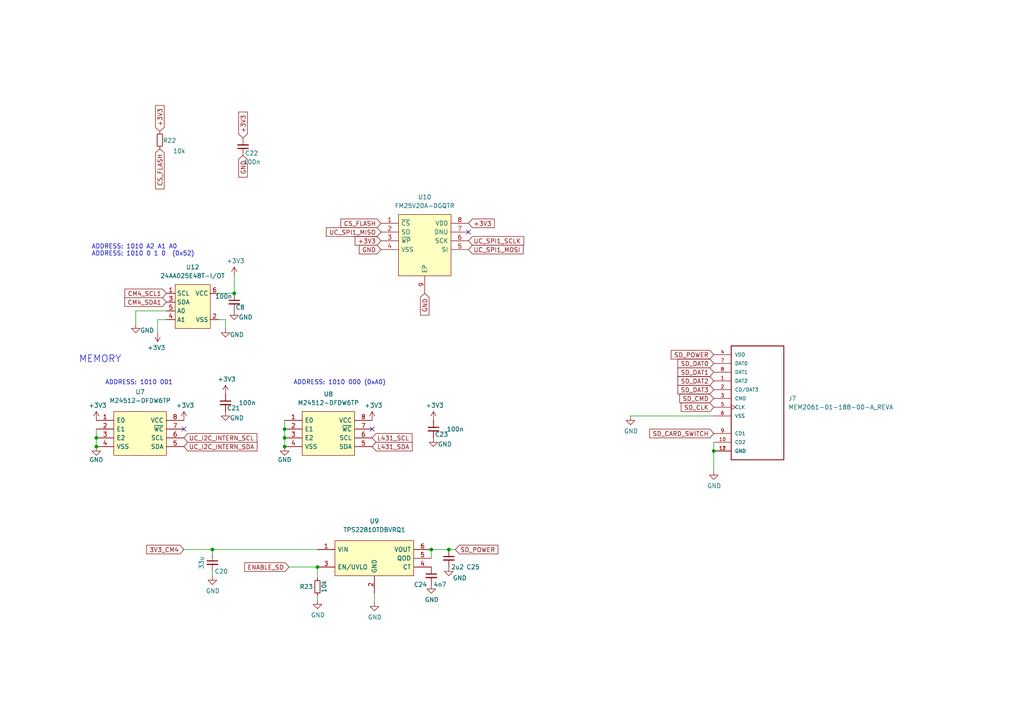
<source format=kicad_sch>
(kicad_sch
	(version 20231120)
	(generator "eeschema")
	(generator_version "8.0")
	(uuid "71d0b074-8328-4936-8ac6-cf2c7f651c81")
	(paper "A4")
	(lib_symbols
		(symbol "Device:C_Small"
			(pin_numbers hide)
			(pin_names
				(offset 0.254) hide)
			(exclude_from_sim no)
			(in_bom yes)
			(on_board yes)
			(property "Reference" "C"
				(at 0.254 1.778 0)
				(effects
					(font
						(size 1.27 1.27)
					)
					(justify left)
				)
			)
			(property "Value" "C_Small"
				(at 0.254 -2.032 0)
				(effects
					(font
						(size 1.27 1.27)
					)
					(justify left)
				)
			)
			(property "Footprint" ""
				(at 0 0 0)
				(effects
					(font
						(size 1.27 1.27)
					)
					(hide yes)
				)
			)
			(property "Datasheet" "~"
				(at 0 0 0)
				(effects
					(font
						(size 1.27 1.27)
					)
					(hide yes)
				)
			)
			(property "Description" "Unpolarized capacitor, small symbol"
				(at 0 0 0)
				(effects
					(font
						(size 1.27 1.27)
					)
					(hide yes)
				)
			)
			(property "ki_keywords" "capacitor cap"
				(at 0 0 0)
				(effects
					(font
						(size 1.27 1.27)
					)
					(hide yes)
				)
			)
			(property "ki_fp_filters" "C_*"
				(at 0 0 0)
				(effects
					(font
						(size 1.27 1.27)
					)
					(hide yes)
				)
			)
			(symbol "C_Small_0_1"
				(polyline
					(pts
						(xy -1.524 -0.508) (xy 1.524 -0.508)
					)
					(stroke
						(width 0.3302)
						(type default)
					)
					(fill
						(type none)
					)
				)
				(polyline
					(pts
						(xy -1.524 0.508) (xy 1.524 0.508)
					)
					(stroke
						(width 0.3048)
						(type default)
					)
					(fill
						(type none)
					)
				)
			)
			(symbol "C_Small_1_1"
				(pin passive line
					(at 0 2.54 270)
					(length 2.032)
					(name "~"
						(effects
							(font
								(size 1.27 1.27)
							)
						)
					)
					(number "1"
						(effects
							(font
								(size 1.27 1.27)
							)
						)
					)
				)
				(pin passive line
					(at 0 -2.54 90)
					(length 2.032)
					(name "~"
						(effects
							(font
								(size 1.27 1.27)
							)
						)
					)
					(number "2"
						(effects
							(font
								(size 1.27 1.27)
							)
						)
					)
				)
			)
		)
		(symbol "Device:R_Small"
			(pin_numbers hide)
			(pin_names
				(offset 0.254) hide)
			(exclude_from_sim no)
			(in_bom yes)
			(on_board yes)
			(property "Reference" "R"
				(at 0.762 0.508 0)
				(effects
					(font
						(size 1.27 1.27)
					)
					(justify left)
				)
			)
			(property "Value" "R_Small"
				(at 0.762 -1.016 0)
				(effects
					(font
						(size 1.27 1.27)
					)
					(justify left)
				)
			)
			(property "Footprint" ""
				(at 0 0 0)
				(effects
					(font
						(size 1.27 1.27)
					)
					(hide yes)
				)
			)
			(property "Datasheet" "~"
				(at 0 0 0)
				(effects
					(font
						(size 1.27 1.27)
					)
					(hide yes)
				)
			)
			(property "Description" "Resistor, small symbol"
				(at 0 0 0)
				(effects
					(font
						(size 1.27 1.27)
					)
					(hide yes)
				)
			)
			(property "ki_keywords" "R resistor"
				(at 0 0 0)
				(effects
					(font
						(size 1.27 1.27)
					)
					(hide yes)
				)
			)
			(property "ki_fp_filters" "R_*"
				(at 0 0 0)
				(effects
					(font
						(size 1.27 1.27)
					)
					(hide yes)
				)
			)
			(symbol "R_Small_0_1"
				(rectangle
					(start -0.762 1.778)
					(end 0.762 -1.778)
					(stroke
						(width 0.2032)
						(type default)
					)
					(fill
						(type none)
					)
				)
			)
			(symbol "R_Small_1_1"
				(pin passive line
					(at 0 2.54 270)
					(length 0.762)
					(name "~"
						(effects
							(font
								(size 1.27 1.27)
							)
						)
					)
					(number "1"
						(effects
							(font
								(size 1.27 1.27)
							)
						)
					)
				)
				(pin passive line
					(at 0 -2.54 90)
					(length 0.762)
					(name "~"
						(effects
							(font
								(size 1.27 1.27)
							)
						)
					)
					(number "2"
						(effects
							(font
								(size 1.27 1.27)
							)
						)
					)
				)
			)
		)
		(symbol "M24512-DFDW6TP_1"
			(pin_names
				(offset 0.762)
			)
			(exclude_from_sim no)
			(in_bom yes)
			(on_board yes)
			(property "Reference" "U13"
				(at 12.7 7.62 0)
				(effects
					(font
						(size 1.27 1.27)
					)
				)
			)
			(property "Value" "M24512-DFDW6TP_1"
				(at 12.7 5.08 0)
				(effects
					(font
						(size 1.27 1.27)
					)
				)
			)
			(property "Footprint" "downloaded_parts:SOP65P640X120-8N"
				(at 21.59 2.54 0)
				(effects
					(font
						(size 1.27 1.27)
					)
					(justify left)
					(hide yes)
				)
			)
			(property "Datasheet" "https://www.arrow.com/en/products/m24512-dfdw6tp/stmicroelectronics"
				(at 21.59 0 0)
				(effects
					(font
						(size 1.27 1.27)
					)
					(justify left)
					(hide yes)
				)
			)
			(property "Description" "EEPROM Serial-I2C 512K-bit 64K x 8 1.8V/2.5V/3.3V/5V 8-Pin TSSOP T/R"
				(at 21.59 -2.54 0)
				(effects
					(font
						(size 1.27 1.27)
					)
					(justify left)
					(hide yes)
				)
			)
			(property "Height" "1.2"
				(at 21.59 -5.08 0)
				(effects
					(font
						(size 1.27 1.27)
					)
					(justify left)
					(hide yes)
				)
			)
			(property "Mouser Part Number" "511-M24512-DFDW6TP"
				(at 21.59 -7.62 0)
				(effects
					(font
						(size 1.27 1.27)
					)
					(justify left)
					(hide yes)
				)
			)
			(property "Mouser Price/Stock" "https://www.mouser.co.uk/ProductDetail/STMicroelectronics/M24512-DFDW6TP?qs=gNDSiZmRJS9C0LA%252B72O%2FCg%3D%3D"
				(at 21.59 -10.16 0)
				(effects
					(font
						(size 1.27 1.27)
					)
					(justify left)
					(hide yes)
				)
			)
			(property "Manufacturer_Name" "STMicroelectronics"
				(at 21.59 -12.7 0)
				(effects
					(font
						(size 1.27 1.27)
					)
					(justify left)
					(hide yes)
				)
			)
			(property "Manufacturer_Part_Number" "M24512-DFDW6TP"
				(at 21.59 -15.24 0)
				(effects
					(font
						(size 1.27 1.27)
					)
					(justify left)
					(hide yes)
				)
			)
			(symbol "M24512-DFDW6TP_1_0_0"
				(pin input line
					(at 0 0 0)
					(length 5.08)
					(name "E0"
						(effects
							(font
								(size 1.27 1.27)
							)
						)
					)
					(number "1"
						(effects
							(font
								(size 1.27 1.27)
							)
						)
					)
				)
				(pin input line
					(at 0 -2.54 0)
					(length 5.08)
					(name "E1"
						(effects
							(font
								(size 1.27 1.27)
							)
						)
					)
					(number "2"
						(effects
							(font
								(size 1.27 1.27)
							)
						)
					)
				)
				(pin input line
					(at 0 -5.08 0)
					(length 5.08)
					(name "E2"
						(effects
							(font
								(size 1.27 1.27)
							)
						)
					)
					(number "3"
						(effects
							(font
								(size 1.27 1.27)
							)
						)
					)
				)
				(pin power_in line
					(at 0 -7.62 0)
					(length 5.08)
					(name "VSS"
						(effects
							(font
								(size 1.27 1.27)
							)
						)
					)
					(number "4"
						(effects
							(font
								(size 1.27 1.27)
							)
						)
					)
				)
				(pin bidirectional line
					(at 25.4 -7.62 180)
					(length 5.08)
					(name "SDA"
						(effects
							(font
								(size 1.27 1.27)
							)
						)
					)
					(number "5"
						(effects
							(font
								(size 1.27 1.27)
							)
						)
					)
				)
				(pin input line
					(at 25.4 -5.08 180)
					(length 5.08)
					(name "SCL"
						(effects
							(font
								(size 1.27 1.27)
							)
						)
					)
					(number "6"
						(effects
							(font
								(size 1.27 1.27)
							)
						)
					)
				)
				(pin input line
					(at 25.4 -2.54 180)
					(length 5.08)
					(name "~{WC}"
						(effects
							(font
								(size 1.27 1.27)
							)
						)
					)
					(number "7"
						(effects
							(font
								(size 1.27 1.27)
							)
						)
					)
				)
				(pin power_in line
					(at 25.4 0 180)
					(length 5.08)
					(name "VCC"
						(effects
							(font
								(size 1.27 1.27)
							)
						)
					)
					(number "8"
						(effects
							(font
								(size 1.27 1.27)
							)
						)
					)
				)
			)
			(symbol "M24512-DFDW6TP_1_0_1"
				(polyline
					(pts
						(xy 5.08 2.54) (xy 20.32 2.54) (xy 20.32 -10.16) (xy 5.08 -10.16) (xy 5.08 2.54)
					)
					(stroke
						(width 0.1524)
						(type default)
					)
					(fill
						(type background)
					)
				)
			)
		)
		(symbol "SamacSys_Parts:FM25V20A-DGQTR"
			(pin_names
				(offset 0.762)
			)
			(exclude_from_sim no)
			(in_bom yes)
			(on_board yes)
			(property "Reference" "U16"
				(at 12.7 8.255 0)
				(effects
					(font
						(size 1.27 1.27)
					)
				)
			)
			(property "Value" "FM25V20A-DGQTR"
				(at 12.7 5.715 0)
				(effects
					(font
						(size 1.27 1.27)
					)
				)
			)
			(property "Footprint" "downloaded_parts:SON127P600X500X80-9N"
				(at 21.59 2.54 0)
				(effects
					(font
						(size 1.27 1.27)
					)
					(justify left)
					(hide yes)
				)
			)
			(property "Datasheet" "http://www.cypress.com/file/136076/download"
				(at 21.59 0 0)
				(effects
					(font
						(size 1.27 1.27)
					)
					(justify left)
					(hide yes)
				)
			)
			(property "Description" "F-RAM F-RAM Memory Serial"
				(at 21.59 -2.54 0)
				(effects
					(font
						(size 1.27 1.27)
					)
					(justify left)
					(hide yes)
				)
			)
			(property "Height" "0.8"
				(at 21.59 -5.08 0)
				(effects
					(font
						(size 1.27 1.27)
					)
					(justify left)
					(hide yes)
				)
			)
			(property "Mouser Part Number" "727-FM25V20A-DGQTR"
				(at 21.59 -7.62 0)
				(effects
					(font
						(size 1.27 1.27)
					)
					(justify left)
					(hide yes)
				)
			)
			(property "Mouser Price/Stock" "https://www.mouser.co.uk/ProductDetail/Cypress-Semiconductor/FM25V20A-DGQTR?qs=3Bi3m9r5MQaAAGOKvDXXuw%3D%3D"
				(at 21.59 -10.16 0)
				(effects
					(font
						(size 1.27 1.27)
					)
					(justify left)
					(hide yes)
				)
			)
			(property "Manufacturer_Name" "Cypress Semiconductor"
				(at 21.59 -12.7 0)
				(effects
					(font
						(size 1.27 1.27)
					)
					(justify left)
					(hide yes)
				)
			)
			(property "Manufacturer_Part_Number" "FM25V20A-DGQTR"
				(at 21.59 -15.24 0)
				(effects
					(font
						(size 1.27 1.27)
					)
					(justify left)
					(hide yes)
				)
			)
			(symbol "FM25V20A-DGQTR_0_0"
				(pin passive line
					(at 0 0 0)
					(length 5.08)
					(name "~{CS}"
						(effects
							(font
								(size 1.27 1.27)
							)
						)
					)
					(number "1"
						(effects
							(font
								(size 1.27 1.27)
							)
						)
					)
				)
				(pin passive line
					(at 0 -2.54 0)
					(length 5.08)
					(name "SO"
						(effects
							(font
								(size 1.27 1.27)
							)
						)
					)
					(number "2"
						(effects
							(font
								(size 1.27 1.27)
							)
						)
					)
				)
				(pin passive line
					(at 0 -5.08 0)
					(length 5.08)
					(name "~{WP}"
						(effects
							(font
								(size 1.27 1.27)
							)
						)
					)
					(number "3"
						(effects
							(font
								(size 1.27 1.27)
							)
						)
					)
				)
				(pin passive line
					(at 0 -7.62 0)
					(length 5.08)
					(name "VSS"
						(effects
							(font
								(size 1.27 1.27)
							)
						)
					)
					(number "4"
						(effects
							(font
								(size 1.27 1.27)
							)
						)
					)
				)
				(pin passive line
					(at 25.4 -7.62 180)
					(length 5.08)
					(name "SI"
						(effects
							(font
								(size 1.27 1.27)
							)
						)
					)
					(number "5"
						(effects
							(font
								(size 1.27 1.27)
							)
						)
					)
				)
				(pin passive line
					(at 25.4 -5.08 180)
					(length 5.08)
					(name "SCK"
						(effects
							(font
								(size 1.27 1.27)
							)
						)
					)
					(number "6"
						(effects
							(font
								(size 1.27 1.27)
							)
						)
					)
				)
				(pin passive line
					(at 25.4 -2.54 180)
					(length 5.08)
					(name "DNU"
						(effects
							(font
								(size 1.27 1.27)
							)
						)
					)
					(number "7"
						(effects
							(font
								(size 1.27 1.27)
							)
						)
					)
				)
				(pin passive line
					(at 25.4 0 180)
					(length 5.08)
					(name "VDD"
						(effects
							(font
								(size 1.27 1.27)
							)
						)
					)
					(number "8"
						(effects
							(font
								(size 1.27 1.27)
							)
						)
					)
				)
				(pin passive line
					(at 12.7 -20.32 90)
					(length 5.08)
					(name "EP"
						(effects
							(font
								(size 1.27 1.27)
							)
						)
					)
					(number "9"
						(effects
							(font
								(size 1.27 1.27)
							)
						)
					)
				)
			)
			(symbol "FM25V20A-DGQTR_0_1"
				(polyline
					(pts
						(xy 5.08 2.54) (xy 20.32 2.54) (xy 20.32 -15.24) (xy 5.08 -15.24) (xy 5.08 2.54)
					)
					(stroke
						(width 0.1524)
						(type default)
					)
					(fill
						(type background)
					)
				)
			)
		)
		(symbol "SamacSys_Parts:MEM2061-01-188-00-A_REVA"
			(pin_names
				(offset 1.016)
			)
			(exclude_from_sim no)
			(in_bom yes)
			(on_board yes)
			(property "Reference" "J"
				(at 0 15.2654 0)
				(effects
					(font
						(size 1.27 1.27)
					)
					(justify left bottom)
				)
			)
			(property "Value" "MEM2061-01-188-00-A_REVA"
				(at 0 -20.3454 0)
				(effects
					(font
						(size 1.27 1.27)
					)
					(justify left bottom)
				)
			)
			(property "Footprint" "GCT_MEM2061-01-188-00-A_REVA"
				(at 0 0 0)
				(effects
					(font
						(size 1.27 1.27)
					)
					(justify left bottom)
					(hide yes)
				)
			)
			(property "Datasheet" ""
				(at 0 0 0)
				(effects
					(font
						(size 1.27 1.27)
					)
					(justify left bottom)
					(hide yes)
				)
			)
			(property "Description" ""
				(at 0 0 0)
				(effects
					(font
						(size 1.27 1.27)
					)
					(hide yes)
				)
			)
			(property "MANUFACTURER" "GCT"
				(at 0 0 0)
				(effects
					(font
						(size 1.27 1.27)
					)
					(justify left bottom)
					(hide yes)
				)
			)
			(property "ki_locked" ""
				(at 0 0 0)
				(effects
					(font
						(size 1.27 1.27)
					)
				)
			)
			(symbol "MEM2061-01-188-00-A_REVA_0_0"
				(polyline
					(pts
						(xy 0 -17.78) (xy 0 15.24)
					)
					(stroke
						(width 0.254)
						(type default)
					)
					(fill
						(type none)
					)
				)
				(polyline
					(pts
						(xy 0 15.24) (xy 15.24 15.24)
					)
					(stroke
						(width 0.254)
						(type default)
					)
					(fill
						(type none)
					)
				)
				(polyline
					(pts
						(xy 15.24 -17.78) (xy 0 -17.78)
					)
					(stroke
						(width 0.254)
						(type default)
					)
					(fill
						(type none)
					)
				)
				(polyline
					(pts
						(xy 15.24 15.24) (xy 15.24 -17.78)
					)
					(stroke
						(width 0.254)
						(type default)
					)
					(fill
						(type none)
					)
				)
				(pin bidirectional line
					(at -5.08 5.08 0)
					(length 5.08)
					(name "DAT2"
						(effects
							(font
								(size 1.016 1.016)
							)
						)
					)
					(number "1"
						(effects
							(font
								(size 1.016 1.016)
							)
						)
					)
				)
				(pin passive line
					(at -5.08 -12.7 0)
					(length 5.08)
					(name "CD2"
						(effects
							(font
								(size 1.016 1.016)
							)
						)
					)
					(number "10"
						(effects
							(font
								(size 1.016 1.016)
							)
						)
					)
				)
				(pin power_in line
					(at -5.08 -15.24 0)
					(length 5.08)
					(name "GND"
						(effects
							(font
								(size 1.016 1.016)
							)
						)
					)
					(number "11"
						(effects
							(font
								(size 1.016 1.016)
							)
						)
					)
				)
				(pin power_in line
					(at -5.08 -15.24 0)
					(length 5.08)
					(name "GND"
						(effects
							(font
								(size 1.016 1.016)
							)
						)
					)
					(number "12"
						(effects
							(font
								(size 1.016 1.016)
							)
						)
					)
				)
				(pin bidirectional line
					(at -5.08 2.54 0)
					(length 5.08)
					(name "CD/DAT3"
						(effects
							(font
								(size 1.016 1.016)
							)
						)
					)
					(number "2"
						(effects
							(font
								(size 1.016 1.016)
							)
						)
					)
				)
				(pin bidirectional line
					(at -5.08 0 0)
					(length 5.08)
					(name "CMD"
						(effects
							(font
								(size 1.016 1.016)
							)
						)
					)
					(number "3"
						(effects
							(font
								(size 1.016 1.016)
							)
						)
					)
				)
				(pin power_in line
					(at -5.08 12.7 0)
					(length 5.08)
					(name "VDD"
						(effects
							(font
								(size 1.016 1.016)
							)
						)
					)
					(number "4"
						(effects
							(font
								(size 1.016 1.016)
							)
						)
					)
				)
				(pin bidirectional clock
					(at -5.08 -2.54 0)
					(length 5.08)
					(name "CLK"
						(effects
							(font
								(size 1.016 1.016)
							)
						)
					)
					(number "5"
						(effects
							(font
								(size 1.016 1.016)
							)
						)
					)
				)
				(pin power_in line
					(at -5.08 -5.08 0)
					(length 5.08)
					(name "VSS"
						(effects
							(font
								(size 1.016 1.016)
							)
						)
					)
					(number "6"
						(effects
							(font
								(size 1.016 1.016)
							)
						)
					)
				)
				(pin bidirectional line
					(at -5.08 10.16 0)
					(length 5.08)
					(name "DAT0"
						(effects
							(font
								(size 1.016 1.016)
							)
						)
					)
					(number "7"
						(effects
							(font
								(size 1.016 1.016)
							)
						)
					)
				)
				(pin bidirectional line
					(at -5.08 7.62 0)
					(length 5.08)
					(name "DAT1"
						(effects
							(font
								(size 1.016 1.016)
							)
						)
					)
					(number "8"
						(effects
							(font
								(size 1.016 1.016)
							)
						)
					)
				)
				(pin passive line
					(at -5.08 -10.16 0)
					(length 5.08)
					(name "CD1"
						(effects
							(font
								(size 1.016 1.016)
							)
						)
					)
					(number "9"
						(effects
							(font
								(size 1.016 1.016)
							)
						)
					)
				)
			)
		)
		(symbol "downloaded_parts:TPS22810TDBVRQ1"
			(pin_names
				(offset 0.762)
			)
			(exclude_from_sim no)
			(in_bom yes)
			(on_board yes)
			(property "Reference" "IC1"
				(at 16.51 8.255 0)
				(effects
					(font
						(size 1.27 1.27)
					)
				)
			)
			(property "Value" "TPS22810TDBVRQ1"
				(at 16.51 5.715 0)
				(effects
					(font
						(size 1.27 1.27)
					)
				)
			)
			(property "Footprint" "SOT95P280X145-6N"
				(at 29.21 2.54 0)
				(effects
					(font
						(size 1.27 1.27)
					)
					(justify left)
					(hide yes)
				)
			)
			(property "Datasheet" "http://www.ti.com/lit/gpn/tps22810-q1"
				(at 29.21 0 0)
				(effects
					(font
						(size 1.27 1.27)
					)
					(justify left)
					(hide yes)
				)
			)
			(property "Description" "Automotive 18V, 2A, 79m Load Switch With Adjustable Rise Time and Adjustable Quick Output Discharge"
				(at 29.21 -2.54 0)
				(effects
					(font
						(size 1.27 1.27)
					)
					(justify left)
					(hide yes)
				)
			)
			(property "Height" "1.45"
				(at 29.21 -5.08 0)
				(effects
					(font
						(size 1.27 1.27)
					)
					(justify left)
					(hide yes)
				)
			)
			(property "Mouser Part Number" "595-TPS22810TDBVRQ1"
				(at 29.21 -7.62 0)
				(effects
					(font
						(size 1.27 1.27)
					)
					(justify left)
					(hide yes)
				)
			)
			(property "Mouser Price/Stock" "https://www.mouser.co.uk/ProductDetail/Texas-Instruments/TPS22810TDBVRQ1?qs=55YtniHzbhC0pJNCFuxHfA%3D%3D"
				(at 29.21 -10.16 0)
				(effects
					(font
						(size 1.27 1.27)
					)
					(justify left)
					(hide yes)
				)
			)
			(property "Manufacturer_Name" "Texas Instruments"
				(at 29.21 -12.7 0)
				(effects
					(font
						(size 1.27 1.27)
					)
					(justify left)
					(hide yes)
				)
			)
			(property "Manufacturer_Part_Number" "TPS22810TDBVRQ1"
				(at 29.21 -15.24 0)
				(effects
					(font
						(size 1.27 1.27)
					)
					(justify left)
					(hide yes)
				)
			)
			(symbol "TPS22810TDBVRQ1_0_0"
				(pin passive line
					(at 0 0 0)
					(length 5.08)
					(name "VIN"
						(effects
							(font
								(size 1.27 1.27)
							)
						)
					)
					(number "1"
						(effects
							(font
								(size 1.27 1.27)
							)
						)
					)
				)
				(pin passive line
					(at 16.51 -12.7 90)
					(length 5.08)
					(name "GND"
						(effects
							(font
								(size 1.27 1.27)
							)
						)
					)
					(number "2"
						(effects
							(font
								(size 1.27 1.27)
							)
						)
					)
				)
				(pin passive line
					(at 0 -5.08 0)
					(length 5.08)
					(name "EN/UVLO"
						(effects
							(font
								(size 1.27 1.27)
							)
						)
					)
					(number "3"
						(effects
							(font
								(size 1.27 1.27)
							)
						)
					)
				)
				(pin passive line
					(at 33.02 -5.08 180)
					(length 5.08)
					(name "CT"
						(effects
							(font
								(size 1.27 1.27)
							)
						)
					)
					(number "4"
						(effects
							(font
								(size 1.27 1.27)
							)
						)
					)
				)
				(pin passive line
					(at 33.02 -2.54 180)
					(length 5.08)
					(name "QOD"
						(effects
							(font
								(size 1.27 1.27)
							)
						)
					)
					(number "5"
						(effects
							(font
								(size 1.27 1.27)
							)
						)
					)
				)
				(pin passive line
					(at 33.02 0 180)
					(length 5.08)
					(name "VOUT"
						(effects
							(font
								(size 1.27 1.27)
							)
						)
					)
					(number "6"
						(effects
							(font
								(size 1.27 1.27)
							)
						)
					)
				)
			)
			(symbol "TPS22810TDBVRQ1_0_1"
				(polyline
					(pts
						(xy 5.08 2.54) (xy 27.94 2.54) (xy 27.94 -7.62) (xy 5.08 -7.62) (xy 5.08 2.54)
					)
					(stroke
						(width 0.1524)
						(type default)
					)
					(fill
						(type background)
					)
				)
			)
		)
		(symbol "own_symbols:SOT-23-6-EEPROM"
			(exclude_from_sim no)
			(in_bom yes)
			(on_board yes)
			(property "Reference" "U"
				(at 0 2.54 0)
				(effects
					(font
						(size 1.27 1.27)
					)
				)
			)
			(property "Value" "SOT-23-6-EEPROM"
				(at 0 5.08 0)
				(effects
					(font
						(size 1.27 1.27)
					)
				)
			)
			(property "Footprint" "Package_TO_SOT_SMD:SOT-23-6"
				(at 19.05 1.27 0)
				(effects
					(font
						(size 1.27 1.27)
					)
					(hide yes)
				)
			)
			(property "Datasheet" ""
				(at 0 0 0)
				(effects
					(font
						(size 1.27 1.27)
					)
					(hide yes)
				)
			)
			(property "Description" ""
				(at 0 0 0)
				(effects
					(font
						(size 1.27 1.27)
					)
					(hide yes)
				)
			)
			(symbol "SOT-23-6-EEPROM_0_1"
				(rectangle
					(start 0 0)
					(end 10.16 -12.7)
					(stroke
						(width 0.1524)
						(type default)
					)
					(fill
						(type background)
					)
				)
			)
			(symbol "SOT-23-6-EEPROM_1_1"
				(pin input line
					(at -2.54 -2.54 0)
					(length 2.54)
					(name "SCL"
						(effects
							(font
								(size 1.27 1.27)
							)
						)
					)
					(number "1"
						(effects
							(font
								(size 1.27 1.27)
							)
						)
					)
				)
				(pin input line
					(at 12.7 -10.16 180)
					(length 2.54)
					(name "VSS"
						(effects
							(font
								(size 1.27 1.27)
							)
						)
					)
					(number "2"
						(effects
							(font
								(size 1.27 1.27)
							)
						)
					)
				)
				(pin input line
					(at -2.54 -5.08 0)
					(length 2.54)
					(name "SDA"
						(effects
							(font
								(size 1.27 1.27)
							)
						)
					)
					(number "3"
						(effects
							(font
								(size 1.27 1.27)
							)
						)
					)
				)
				(pin input line
					(at -2.54 -10.16 0)
					(length 2.54)
					(name "A1"
						(effects
							(font
								(size 1.27 1.27)
							)
						)
					)
					(number "4"
						(effects
							(font
								(size 1.27 1.27)
							)
						)
					)
				)
				(pin input line
					(at -2.54 -7.62 0)
					(length 2.54)
					(name "A0"
						(effects
							(font
								(size 1.27 1.27)
							)
						)
					)
					(number "5"
						(effects
							(font
								(size 1.27 1.27)
							)
						)
					)
				)
				(pin input line
					(at 12.7 -2.54 180)
					(length 2.54)
					(name "VCC"
						(effects
							(font
								(size 1.27 1.27)
							)
						)
					)
					(number "6"
						(effects
							(font
								(size 1.27 1.27)
							)
						)
					)
				)
			)
		)
		(symbol "power:+3V3"
			(power)
			(pin_names
				(offset 0)
			)
			(exclude_from_sim no)
			(in_bom yes)
			(on_board yes)
			(property "Reference" "#PWR"
				(at 0 -3.81 0)
				(effects
					(font
						(size 1.27 1.27)
					)
					(hide yes)
				)
			)
			(property "Value" "+3V3"
				(at 0 3.556 0)
				(effects
					(font
						(size 1.27 1.27)
					)
				)
			)
			(property "Footprint" ""
				(at 0 0 0)
				(effects
					(font
						(size 1.27 1.27)
					)
					(hide yes)
				)
			)
			(property "Datasheet" ""
				(at 0 0 0)
				(effects
					(font
						(size 1.27 1.27)
					)
					(hide yes)
				)
			)
			(property "Description" "Power flag"
				(at 0 0 0)
				(effects
					(font
						(size 1.27 1.27)
					)
					(hide yes)
				)
			)
			(property "ki_keywords" "power-flag"
				(at 0 0 0)
				(effects
					(font
						(size 1.27 1.27)
					)
					(hide yes)
				)
			)
			(symbol "+3V3_0_1"
				(polyline
					(pts
						(xy -0.762 1.27) (xy 0 2.54)
					)
					(stroke
						(width 0)
						(type default)
					)
					(fill
						(type none)
					)
				)
				(polyline
					(pts
						(xy 0 0) (xy 0 2.54)
					)
					(stroke
						(width 0)
						(type default)
					)
					(fill
						(type none)
					)
				)
				(polyline
					(pts
						(xy 0 2.54) (xy 0.762 1.27)
					)
					(stroke
						(width 0)
						(type default)
					)
					(fill
						(type none)
					)
				)
			)
			(symbol "+3V3_1_1"
				(pin power_in line
					(at 0 0 90)
					(length 0) hide
					(name "+3V3"
						(effects
							(font
								(size 1.27 1.27)
							)
						)
					)
					(number "1"
						(effects
							(font
								(size 1.27 1.27)
							)
						)
					)
				)
			)
		)
		(symbol "power:GND"
			(power)
			(pin_names
				(offset 0)
			)
			(exclude_from_sim no)
			(in_bom yes)
			(on_board yes)
			(property "Reference" "#PWR"
				(at 0 -6.35 0)
				(effects
					(font
						(size 1.27 1.27)
					)
					(hide yes)
				)
			)
			(property "Value" "GND"
				(at 0 -3.81 0)
				(effects
					(font
						(size 1.27 1.27)
					)
				)
			)
			(property "Footprint" ""
				(at 0 0 0)
				(effects
					(font
						(size 1.27 1.27)
					)
					(hide yes)
				)
			)
			(property "Datasheet" ""
				(at 0 0 0)
				(effects
					(font
						(size 1.27 1.27)
					)
					(hide yes)
				)
			)
			(property "Description" "Power flag, ground"
				(at 0 0 0)
				(effects
					(font
						(size 1.27 1.27)
					)
					(hide yes)
				)
			)
			(property "ki_keywords" "power-flag"
				(at 0 0 0)
				(effects
					(font
						(size 1.27 1.27)
					)
					(hide yes)
				)
			)
			(symbol "GND_0_1"
				(polyline
					(pts
						(xy 0 0) (xy 0 -1.27) (xy 1.27 -1.27) (xy 0 -2.54) (xy -1.27 -1.27) (xy 0 -1.27)
					)
					(stroke
						(width 0)
						(type default)
					)
					(fill
						(type none)
					)
				)
			)
			(symbol "GND_1_1"
				(pin power_in line
					(at 0 0 270)
					(length 0) hide
					(name "GND"
						(effects
							(font
								(size 1.27 1.27)
							)
						)
					)
					(number "1"
						(effects
							(font
								(size 1.27 1.27)
							)
						)
					)
				)
			)
		)
	)
	(junction
		(at 82.55 129.54)
		(diameter 0)
		(color 0 0 0 0)
		(uuid "0ee10d74-0543-4654-9fcc-fd71e98e765d")
	)
	(junction
		(at 67.945 85.09)
		(diameter 0)
		(color 0 0 0 0)
		(uuid "3ed9cfe8-2279-41f6-8355-79d416080490")
	)
	(junction
		(at 207.01 130.81)
		(diameter 0)
		(color 0 0 0 0)
		(uuid "489020b5-4697-4c09-a878-26f189f20bfa")
	)
	(junction
		(at 82.55 124.46)
		(diameter 0)
		(color 0 0 0 0)
		(uuid "5a69738d-ea1c-4443-9af6-31aff327a43d")
	)
	(junction
		(at 125.095 159.385)
		(diameter 0)
		(color 0 0 0 0)
		(uuid "953bf6c2-0a49-41a8-838c-dde528ce7a8c")
	)
	(junction
		(at 61.595 159.385)
		(diameter 0)
		(color 0 0 0 0)
		(uuid "98e54501-09ca-42e2-9f4f-3f2c676f6b22")
	)
	(junction
		(at 82.55 127)
		(diameter 0)
		(color 0 0 0 0)
		(uuid "a69c6f25-e5d0-4825-8075-0e3dbb5abedc")
	)
	(junction
		(at 27.94 129.54)
		(diameter 0)
		(color 0 0 0 0)
		(uuid "b02af312-067f-4ebf-9eab-469542c5906f")
	)
	(junction
		(at 92.075 164.465)
		(diameter 0)
		(color 0 0 0 0)
		(uuid "bb9148ac-10b2-48ea-ac18-22ed631125ab")
	)
	(junction
		(at 27.94 127)
		(diameter 0)
		(color 0 0 0 0)
		(uuid "efb2e14a-f990-4e58-a6b1-7b70a539ce69")
	)
	(junction
		(at 130.175 159.385)
		(diameter 0)
		(color 0 0 0 0)
		(uuid "f7f22235-c777-4f0f-bbdd-a40a1f8e9a5f")
	)
	(no_connect
		(at 53.34 124.46)
		(uuid "049dd741-27d2-4d56-814b-20ce7bb2cd67")
	)
	(no_connect
		(at 107.95 124.46)
		(uuid "35cfc1c9-2548-4805-bf77-fb3ced8d05cd")
	)
	(no_connect
		(at 135.89 67.31)
		(uuid "9544bf9f-f2df-44fe-b51b-b2f089cc25ae")
	)
	(wire
		(pts
			(xy 61.595 165.735) (xy 61.595 167.005)
		)
		(stroke
			(width 0)
			(type default)
		)
		(uuid "02d1ee48-d7e1-471a-a047-7344d335f45a")
	)
	(wire
		(pts
			(xy 53.34 159.385) (xy 61.595 159.385)
		)
		(stroke
			(width 0)
			(type default)
		)
		(uuid "041b22f6-c6bf-4de0-b520-63fb200fbae5")
	)
	(wire
		(pts
			(xy 130.175 159.385) (xy 132.08 159.385)
		)
		(stroke
			(width 0)
			(type default)
		)
		(uuid "057c0e5c-27a0-411a-9fa2-de674ecd6591")
	)
	(wire
		(pts
			(xy 67.945 85.09) (xy 63.5 85.09)
		)
		(stroke
			(width 0)
			(type default)
		)
		(uuid "0c8b09d6-456c-4863-b57e-cfbe8d8e9274")
	)
	(wire
		(pts
			(xy 82.55 121.92) (xy 82.55 124.46)
		)
		(stroke
			(width 0)
			(type default)
		)
		(uuid "113ef981-276b-4754-9693-f761bd345c15")
	)
	(wire
		(pts
			(xy 92.075 167.64) (xy 92.075 164.465)
		)
		(stroke
			(width 0)
			(type default)
		)
		(uuid "1f3c6757-9d3a-4a38-be3d-f5b42a231e8c")
	)
	(wire
		(pts
			(xy 207.01 128.27) (xy 207.01 130.81)
		)
		(stroke
			(width 0)
			(type default)
		)
		(uuid "29e90e60-5f2e-47ac-a88e-569b8fd0a838")
	)
	(wire
		(pts
			(xy 48.26 90.17) (xy 39.37 90.17)
		)
		(stroke
			(width 0)
			(type default)
		)
		(uuid "2fd66c24-f24f-4b36-8bad-c4baf2138dad")
	)
	(wire
		(pts
			(xy 83.82 164.465) (xy 92.075 164.465)
		)
		(stroke
			(width 0)
			(type default)
		)
		(uuid "321e45f3-54a3-48d4-a573-0f9ec62e9835")
	)
	(wire
		(pts
			(xy 27.94 127) (xy 27.94 129.54)
		)
		(stroke
			(width 0)
			(type default)
		)
		(uuid "3fbffd60-d0b7-4105-99be-e15ca24ab9d0")
	)
	(wire
		(pts
			(xy 67.945 80.01) (xy 67.945 85.09)
		)
		(stroke
			(width 0)
			(type default)
		)
		(uuid "4bcfd987-ca7d-425f-afc6-81856810e65f")
	)
	(wire
		(pts
			(xy 65.405 95.25) (xy 65.405 92.71)
		)
		(stroke
			(width 0)
			(type default)
		)
		(uuid "4c6b5c6a-78b9-49c1-9306-7841a9c9e16f")
	)
	(wire
		(pts
			(xy 207.01 136.525) (xy 207.01 130.81)
		)
		(stroke
			(width 0)
			(type default)
		)
		(uuid "53b366ba-3e43-4a2e-8ebc-b793b1379566")
	)
	(wire
		(pts
			(xy 125.095 159.385) (xy 125.095 161.925)
		)
		(stroke
			(width 0)
			(type default)
		)
		(uuid "6e665d9c-518f-452b-801d-59ce9e3d4cd5")
	)
	(wire
		(pts
			(xy 39.37 90.17) (xy 39.37 93.98)
		)
		(stroke
			(width 0)
			(type default)
		)
		(uuid "72854afb-a463-4865-b195-8d4ad7a01056")
	)
	(wire
		(pts
			(xy 82.55 127) (xy 82.55 129.54)
		)
		(stroke
			(width 0)
			(type default)
		)
		(uuid "7500288b-13ef-4422-b2b2-c5028699eb8c")
	)
	(wire
		(pts
			(xy 92.075 172.72) (xy 92.075 173.99)
		)
		(stroke
			(width 0)
			(type default)
		)
		(uuid "830bd9f8-2f10-457d-b77a-410273096120")
	)
	(wire
		(pts
			(xy 82.55 124.46) (xy 82.55 127)
		)
		(stroke
			(width 0)
			(type default)
		)
		(uuid "9068ad64-075e-4aaa-9f55-d658f77f71e6")
	)
	(wire
		(pts
			(xy 65.405 92.71) (xy 63.5 92.71)
		)
		(stroke
			(width 0)
			(type default)
		)
		(uuid "95ce5d1b-aa41-4dd2-ad38-700f0bf44832")
	)
	(wire
		(pts
			(xy 61.595 160.655) (xy 61.595 159.385)
		)
		(stroke
			(width 0)
			(type default)
		)
		(uuid "baa63d6b-a6e3-4959-b602-304834222c38")
	)
	(wire
		(pts
			(xy 27.94 124.46) (xy 27.94 127)
		)
		(stroke
			(width 0)
			(type default)
		)
		(uuid "cca82e9d-70d2-438b-9193-bdb474e44e5e")
	)
	(wire
		(pts
			(xy 182.88 120.65) (xy 207.01 120.65)
		)
		(stroke
			(width 0)
			(type default)
		)
		(uuid "d432040b-8383-421c-8988-1e75af44816f")
	)
	(wire
		(pts
			(xy 61.595 159.385) (xy 92.075 159.385)
		)
		(stroke
			(width 0)
			(type default)
		)
		(uuid "d67faff8-6886-486d-8ba6-14ccb4c65cb7")
	)
	(wire
		(pts
			(xy 125.095 159.385) (xy 130.175 159.385)
		)
		(stroke
			(width 0)
			(type default)
		)
		(uuid "ebcf95c8-4bba-4cf1-9182-18e16f942425")
	)
	(wire
		(pts
			(xy 45.72 92.71) (xy 48.26 92.71)
		)
		(stroke
			(width 0)
			(type default)
		)
		(uuid "f71fea16-23ff-460e-8c79-6d1ab2b8f168")
	)
	(wire
		(pts
			(xy 108.585 172.085) (xy 108.585 174.625)
		)
		(stroke
			(width 0)
			(type default)
		)
		(uuid "f9368226-ddb7-4d7a-9ebd-bad42300dd8e")
	)
	(wire
		(pts
			(xy 45.72 96.52) (xy 45.72 92.71)
		)
		(stroke
			(width 0)
			(type default)
		)
		(uuid "fd2a1232-a0e2-42ab-80b8-29db54a7c611")
	)
	(text "ADDRESS: 1010 000 (0xA0)\n"
		(exclude_from_sim no)
		(at 85.09 111.76 0)
		(effects
			(font
				(size 1.27 1.27)
			)
			(justify left bottom)
		)
		(uuid "06243451-1365-4076-81b2-7d822f4ed846")
	)
	(text "MEMORY"
		(exclude_from_sim no)
		(at 22.86 105.41 0)
		(effects
			(font
				(size 2 2)
			)
			(justify left bottom)
		)
		(uuid "0a880af5-7b11-476c-825d-5c3a455ce217")
	)
	(text "ADDRESS: 1010 001"
		(exclude_from_sim no)
		(at 30.48 111.76 0)
		(effects
			(font
				(size 1.27 1.27)
			)
			(justify left bottom)
		)
		(uuid "46a1c022-7f95-45ca-b13c-48110bfdd08e")
	)
	(text "ADDRESS: 1010 A2 A1 A0\nADDRESS: 1010 0 1 0  (0x52)"
		(exclude_from_sim no)
		(at 26.543 74.422 0)
		(effects
			(font
				(size 1.27 1.27)
			)
			(justify left bottom)
		)
		(uuid "77d977e8-5dd4-4b0a-8df9-c687b6bd188c")
	)
	(global_label "GND"
		(shape input)
		(at 110.49 72.39 180)
		(fields_autoplaced yes)
		(effects
			(font
				(size 1.27 1.27)
			)
			(justify right)
		)
		(uuid "0033f04b-7358-4c85-b1b3-7197db6c8a6c")
		(property "Intersheetrefs" "${INTERSHEET_REFS}"
			(at 104.2064 72.3106 0)
			(effects
				(font
					(size 1.27 1.27)
				)
				(justify right)
				(hide yes)
			)
		)
	)
	(global_label "SD_CLK"
		(shape input)
		(at 207.01 118.11 180)
		(fields_autoplaced yes)
		(effects
			(font
				(size 1.27 1.27)
			)
			(justify right)
		)
		(uuid "0ffe264e-7c07-4bad-a1ed-f793f9d7a9eb")
		(property "Intersheetrefs" "${INTERSHEET_REFS}"
			(at 197.5817 118.0306 0)
			(effects
				(font
					(size 1.27 1.27)
				)
				(justify right)
				(hide yes)
			)
		)
	)
	(global_label "GND"
		(shape input)
		(at 70.485 45.085 270)
		(fields_autoplaced yes)
		(effects
			(font
				(size 1.27 1.27)
			)
			(justify right)
		)
		(uuid "114ed38b-b4dc-4eab-98e0-1677e341bc90")
		(property "Intersheetrefs" "${INTERSHEET_REFS}"
			(at 70.4056 51.3686 90)
			(effects
				(font
					(size 1.27 1.27)
				)
				(justify right)
				(hide yes)
			)
		)
	)
	(global_label "UC_SPI1_MISO"
		(shape input)
		(at 110.49 67.31 180)
		(effects
			(font
				(size 1.27 1.27)
			)
			(justify right)
		)
		(uuid "1a0f7816-a2dd-4e6f-b6c0-6b0e76ea2666")
		(property "Intersheetrefs" "${INTERSHEET_REFS}"
			(at 95.9091 67.2306 0)
			(effects
				(font
					(size 1.27 1.27)
				)
				(justify right)
				(hide yes)
			)
		)
	)
	(global_label "+3V3"
		(shape input)
		(at 135.89 64.77 0)
		(fields_autoplaced yes)
		(effects
			(font
				(size 1.27 1.27)
			)
			(justify left)
		)
		(uuid "24d7c7f6-2923-4d1a-9109-be394b77ba93")
		(property "Intersheetrefs" "${INTERSHEET_REFS}"
			(at 143.3831 64.8494 0)
			(effects
				(font
					(size 1.27 1.27)
				)
				(justify left)
				(hide yes)
			)
		)
	)
	(global_label "CM4_SCL1"
		(shape input)
		(at 48.26 85.09 180)
		(fields_autoplaced yes)
		(effects
			(font
				(size 1.27 1.27)
			)
			(justify right)
		)
		(uuid "286473e8-02f6-4d9f-82e9-0b01d4693982")
		(property "Intersheetrefs" "${INTERSHEET_REFS}"
			(at 35.6592 85.09 0)
			(effects
				(font
					(size 1.27 1.27)
				)
				(justify right)
				(hide yes)
			)
		)
	)
	(global_label "CS_FLASH"
		(shape input)
		(at 110.49 64.77 180)
		(fields_autoplaced yes)
		(effects
			(font
				(size 1.27 1.27)
			)
			(justify right)
		)
		(uuid "3898d855-18f5-4dda-917c-d2eb6ce57cda")
		(property "Intersheetrefs" "${INTERSHEET_REFS}"
			(at 98.8845 64.6906 0)
			(effects
				(font
					(size 1.27 1.27)
				)
				(justify right)
				(hide yes)
			)
		)
	)
	(global_label "UC_SPI1_MOSI"
		(shape input)
		(at 135.89 72.39 0)
		(effects
			(font
				(size 1.27 1.27)
			)
			(justify left)
		)
		(uuid "3f1be7bc-ec55-4fd8-b4ea-3e683d39d684")
		(property "Intersheetrefs" "${INTERSHEET_REFS}"
			(at 150.4709 72.4694 0)
			(effects
				(font
					(size 1.27 1.27)
				)
				(justify left)
				(hide yes)
			)
		)
	)
	(global_label "SD_POWER"
		(shape input)
		(at 132.08 159.385 0)
		(fields_autoplaced yes)
		(effects
			(font
				(size 1.27 1.27)
			)
			(justify left)
		)
		(uuid "407a1af5-de03-489f-98d4-3a947d47de6c")
		(property "Intersheetrefs" "${INTERSHEET_REFS}"
			(at 144.4112 159.3056 0)
			(effects
				(font
					(size 1.27 1.27)
				)
				(justify left)
				(hide yes)
			)
		)
	)
	(global_label "SD_CARD_SWITCH"
		(shape input)
		(at 207.01 125.73 180)
		(fields_autoplaced yes)
		(effects
			(font
				(size 1.27 1.27)
			)
			(justify right)
		)
		(uuid "4a091f49-a226-4549-a11d-cf54cafdc971")
		(property "Intersheetrefs" "${INTERSHEET_REFS}"
			(at 188.4498 125.6506 0)
			(effects
				(font
					(size 1.27 1.27)
				)
				(justify right)
				(hide yes)
			)
		)
	)
	(global_label "CM4_SDA1"
		(shape input)
		(at 48.26 87.63 180)
		(fields_autoplaced yes)
		(effects
			(font
				(size 1.27 1.27)
			)
			(justify right)
		)
		(uuid "5d22dd63-e451-4d2f-8a4b-62d250543bf9")
		(property "Intersheetrefs" "${INTERSHEET_REFS}"
			(at 36.1707 87.5506 0)
			(effects
				(font
					(size 1.27 1.27)
				)
				(justify right)
				(hide yes)
			)
		)
	)
	(global_label "+3V3"
		(shape input)
		(at 46.355 38.1 90)
		(fields_autoplaced yes)
		(effects
			(font
				(size 1.27 1.27)
			)
			(justify left)
		)
		(uuid "5e290ee8-b258-412f-afc5-ee77d6ae462e")
		(property "Intersheetrefs" "${INTERSHEET_REFS}"
			(at 46.4344 30.6069 90)
			(effects
				(font
					(size 1.27 1.27)
				)
				(justify left)
				(hide yes)
			)
		)
	)
	(global_label "SD_CMD"
		(shape input)
		(at 207.01 115.57 180)
		(fields_autoplaced yes)
		(effects
			(font
				(size 1.27 1.27)
			)
			(justify right)
		)
		(uuid "614bc87a-77c2-421d-91f3-ba8a6e093240")
		(property "Intersheetrefs" "${INTERSHEET_REFS}"
			(at 197.1583 115.4906 0)
			(effects
				(font
					(size 1.27 1.27)
				)
				(justify right)
				(hide yes)
			)
		)
	)
	(global_label "SD_DAT0"
		(shape input)
		(at 207.01 105.41 180)
		(fields_autoplaced yes)
		(effects
			(font
				(size 1.27 1.27)
			)
			(justify right)
		)
		(uuid "6b4e560c-8989-4f47-ada4-603e431f63c4")
		(property "Intersheetrefs" "${INTERSHEET_REFS}"
			(at 196.614 105.3306 0)
			(effects
				(font
					(size 1.27 1.27)
				)
				(justify right)
				(hide yes)
			)
		)
	)
	(global_label "SD_POWER"
		(shape input)
		(at 207.01 102.87 180)
		(fields_autoplaced yes)
		(effects
			(font
				(size 1.27 1.27)
			)
			(justify right)
		)
		(uuid "703ae6aa-46ff-483e-9995-7bb0286f3fb1")
		(property "Intersheetrefs" "${INTERSHEET_REFS}"
			(at 194.6788 102.9494 0)
			(effects
				(font
					(size 1.27 1.27)
				)
				(justify right)
				(hide yes)
			)
		)
	)
	(global_label "UC_I2C_INTERN_SDA"
		(shape input)
		(at 53.34 129.54 0)
		(effects
			(font
				(size 1.27 1.27)
			)
			(justify left)
		)
		(uuid "8b97ac6b-eb8d-48f7-9f58-bde49d03d232")
		(property "Intersheetrefs" "${INTERSHEET_REFS}"
			(at 67.9209 129.6194 0)
			(effects
				(font
					(size 1.27 1.27)
				)
				(justify left)
				(hide yes)
			)
		)
	)
	(global_label "SD_DAT2"
		(shape input)
		(at 207.01 110.49 180)
		(fields_autoplaced yes)
		(effects
			(font
				(size 1.27 1.27)
			)
			(justify right)
		)
		(uuid "8e4b25fd-6590-47ed-9bc3-0e2ef2e4d5d7")
		(property "Intersheetrefs" "${INTERSHEET_REFS}"
			(at 196.614 110.4106 0)
			(effects
				(font
					(size 1.27 1.27)
				)
				(justify right)
				(hide yes)
			)
		)
	)
	(global_label "UC_I2C_INTERN_SCL"
		(shape input)
		(at 53.34 127 0)
		(effects
			(font
				(size 1.27 1.27)
			)
			(justify left)
		)
		(uuid "9336e8a2-4b03-45ad-8123-5a2a4af0dd38")
		(property "Intersheetrefs" "${INTERSHEET_REFS}"
			(at 67.9209 127.0794 0)
			(effects
				(font
					(size 1.27 1.27)
				)
				(justify left)
				(hide yes)
			)
		)
	)
	(global_label "ENABLE_SD"
		(shape input)
		(at 83.82 164.465 180)
		(fields_autoplaced yes)
		(effects
			(font
				(size 1.27 1.27)
			)
			(justify right)
		)
		(uuid "9dd5a995-6966-4f67-b0f0-b0eaba69f636")
		(property "Intersheetrefs" "${INTERSHEET_REFS}"
			(at 70.9445 164.3856 0)
			(effects
				(font
					(size 1.27 1.27)
				)
				(justify right)
				(hide yes)
			)
		)
	)
	(global_label "L431_SCL"
		(shape input)
		(at 107.95 127 0)
		(fields_autoplaced yes)
		(effects
			(font
				(size 1.27 1.27)
			)
			(justify left)
		)
		(uuid "ab206bb6-8727-4368-b34a-ad6d944d8e40")
		(property "Intersheetrefs" "${INTERSHEET_REFS}"
			(at 120.067 127 0)
			(effects
				(font
					(size 1.27 1.27)
				)
				(justify left)
				(hide yes)
			)
		)
	)
	(global_label "CS_FLASH"
		(shape input)
		(at 46.355 43.18 270)
		(fields_autoplaced yes)
		(effects
			(font
				(size 1.27 1.27)
			)
			(justify right)
		)
		(uuid "b483bfe5-d485-46d7-8d16-7b23125d5ed6")
		(property "Intersheetrefs" "${INTERSHEET_REFS}"
			(at 46.2756 54.7855 90)
			(effects
				(font
					(size 1.27 1.27)
				)
				(justify right)
				(hide yes)
			)
		)
	)
	(global_label "L431_SDA"
		(shape input)
		(at 107.95 129.54 0)
		(fields_autoplaced yes)
		(effects
			(font
				(size 1.27 1.27)
			)
			(justify left)
		)
		(uuid "b73db610-8af2-45a8-a138-9908c5f212a0")
		(property "Intersheetrefs" "${INTERSHEET_REFS}"
			(at 120.1275 129.54 0)
			(effects
				(font
					(size 1.27 1.27)
				)
				(justify left)
				(hide yes)
			)
		)
	)
	(global_label "SD_DAT1"
		(shape input)
		(at 207.01 107.95 180)
		(fields_autoplaced yes)
		(effects
			(font
				(size 1.27 1.27)
			)
			(justify right)
		)
		(uuid "bfecb964-706e-497d-ae1e-14b2a9700b84")
		(property "Intersheetrefs" "${INTERSHEET_REFS}"
			(at 196.614 107.8706 0)
			(effects
				(font
					(size 1.27 1.27)
				)
				(justify right)
				(hide yes)
			)
		)
	)
	(global_label "SD_DAT3"
		(shape input)
		(at 207.01 113.03 180)
		(fields_autoplaced yes)
		(effects
			(font
				(size 1.27 1.27)
			)
			(justify right)
		)
		(uuid "c43d8992-3a01-448f-8b59-09c50d8db1d3")
		(property "Intersheetrefs" "${INTERSHEET_REFS}"
			(at 196.614 112.9506 0)
			(effects
				(font
					(size 1.27 1.27)
				)
				(justify right)
				(hide yes)
			)
		)
	)
	(global_label "UC_SPI1_SCLK"
		(shape input)
		(at 135.89 69.85 0)
		(effects
			(font
				(size 1.27 1.27)
			)
			(justify left)
		)
		(uuid "cc269c4a-c122-4fdd-95ba-0f138a040f6c")
		(property "Intersheetrefs" "${INTERSHEET_REFS}"
			(at 150.4709 69.9294 0)
			(effects
				(font
					(size 1.27 1.27)
				)
				(justify left)
				(hide yes)
			)
		)
	)
	(global_label "GND"
		(shape input)
		(at 123.19 85.09 270)
		(fields_autoplaced yes)
		(effects
			(font
				(size 1.27 1.27)
			)
			(justify right)
		)
		(uuid "d8523703-312f-4125-91e6-ff851761d77c")
		(property "Intersheetrefs" "${INTERSHEET_REFS}"
			(at 123.1106 91.3736 90)
			(effects
				(font
					(size 1.27 1.27)
				)
				(justify right)
				(hide yes)
			)
		)
	)
	(global_label "+3V3"
		(shape input)
		(at 110.49 69.85 180)
		(fields_autoplaced yes)
		(effects
			(font
				(size 1.27 1.27)
			)
			(justify right)
		)
		(uuid "e29bfe3a-c629-4604-8609-422b2b04d969")
		(property "Intersheetrefs" "${INTERSHEET_REFS}"
			(at 102.9969 69.7706 0)
			(effects
				(font
					(size 1.27 1.27)
				)
				(justify right)
				(hide yes)
			)
		)
	)
	(global_label "3V3_CM4"
		(shape input)
		(at 53.34 159.385 180)
		(fields_autoplaced yes)
		(effects
			(font
				(size 1.27 1.27)
			)
			(justify right)
		)
		(uuid "fb3ffe5a-e11b-425b-a151-070042be098f")
		(property "Intersheetrefs" "${INTERSHEET_REFS}"
			(at 42.5207 159.3056 0)
			(effects
				(font
					(size 1.27 1.27)
				)
				(justify right)
				(hide yes)
			)
		)
	)
	(global_label "+3V3"
		(shape input)
		(at 70.485 40.005 90)
		(fields_autoplaced yes)
		(effects
			(font
				(size 1.27 1.27)
			)
			(justify left)
		)
		(uuid "fdccbc46-2eaa-41b6-93de-1a4bfa793589")
		(property "Intersheetrefs" "${INTERSHEET_REFS}"
			(at 70.5644 32.5119 90)
			(effects
				(font
					(size 1.27 1.27)
				)
				(justify left)
				(hide yes)
			)
		)
	)
	(symbol
		(lib_name "M24512-DFDW6TP_1")
		(lib_id "downloaded_parts:M24512-DFDW6TP")
		(at 27.94 121.92 0)
		(unit 1)
		(exclude_from_sim no)
		(in_bom yes)
		(on_board yes)
		(dnp no)
		(fields_autoplaced yes)
		(uuid "047657f8-f1bd-4ec7-b373-be60695569a3")
		(property "Reference" "U7"
			(at 40.64 113.665 0)
			(effects
				(font
					(size 1.27 1.27)
				)
			)
		)
		(property "Value" "M24512-DFDW6TP"
			(at 40.64 116.205 0)
			(effects
				(font
					(size 1.27 1.27)
				)
			)
		)
		(property "Footprint" "downloaded_parts:SOP65P640X120-8N"
			(at 49.53 119.38 0)
			(effects
				(font
					(size 1.27 1.27)
				)
				(justify left)
				(hide yes)
			)
		)
		(property "Datasheet" "https://www.arrow.com/en/products/m24512-dfdw6tp/stmicroelectronics"
			(at 49.53 121.92 0)
			(effects
				(font
					(size 1.27 1.27)
				)
				(justify left)
				(hide yes)
			)
		)
		(property "Description" "EEPROM Serial-I2C 512K-bit 64K x 8 1.8V/2.5V/3.3V/5V 8-Pin TSSOP T/R"
			(at 49.53 124.46 0)
			(effects
				(font
					(size 1.27 1.27)
				)
				(justify left)
				(hide yes)
			)
		)
		(property "Height" "1.2"
			(at 49.53 127 0)
			(effects
				(font
					(size 1.27 1.27)
				)
				(justify left)
				(hide yes)
			)
		)
		(property "Mouser Part Number" "511-M24512-DFDW6TP"
			(at 49.53 129.54 0)
			(effects
				(font
					(size 1.27 1.27)
				)
				(justify left)
				(hide yes)
			)
		)
		(property "Mouser Price/Stock" "https://www.mouser.co.uk/ProductDetail/STMicroelectronics/M24512-DFDW6TP?qs=gNDSiZmRJS9C0LA%252B72O%2FCg%3D%3D"
			(at 49.53 132.08 0)
			(effects
				(font
					(size 1.27 1.27)
				)
				(justify left)
				(hide yes)
			)
		)
		(property "Manufacturer_Name" "STMicroelectronics"
			(at 49.53 134.62 0)
			(effects
				(font
					(size 1.27 1.27)
				)
				(justify left)
				(hide yes)
			)
		)
		(property "Manufacturer_Part_Number" "M24512-DFDW6TP"
			(at 49.53 137.16 0)
			(effects
				(font
					(size 1.27 1.27)
				)
				(justify left)
				(hide yes)
			)
		)
		(pin "1"
			(uuid "76364af9-270e-4eda-9a64-db54b1e9179e")
		)
		(pin "2"
			(uuid "f700b201-b755-4dce-8c87-a58c52abcf35")
		)
		(pin "3"
			(uuid "d8c836c2-1ede-4c89-9b61-79c638cad219")
		)
		(pin "4"
			(uuid "4c1ad117-2a98-4a95-9b36-171bd96e66a7")
		)
		(pin "5"
			(uuid "8fd4db93-2b11-47a0-a39c-83f58a310aca")
		)
		(pin "6"
			(uuid "a23f1e6a-b8b5-4457-bb48-5d91e530f572")
		)
		(pin "7"
			(uuid "de113ea5-06f6-4e20-8bf8-0e80660ed471")
		)
		(pin "8"
			(uuid "6bfcb373-e796-4300-bc2e-e74f51bebf76")
		)
		(instances
			(project "robot-hub_rev4.1"
				(path "/e63e39d7-6ac0-4ffd-8aa3-1841a4541b55/14a8f523-a52d-444f-9de6-026b816102d2"
					(reference "U7")
					(unit 1)
				)
			)
		)
	)
	(symbol
		(lib_id "Device:C_Small")
		(at 125.73 124.46 0)
		(unit 1)
		(exclude_from_sim no)
		(in_bom yes)
		(on_board yes)
		(dnp no)
		(uuid "07d37e74-d640-468a-8177-c19268f0f3e3")
		(property "Reference" "C23"
			(at 126.111 125.9839 0)
			(effects
				(font
					(size 1.27 1.27)
				)
				(justify left)
			)
		)
		(property "Value" "100n"
			(at 129.54 124.46 0)
			(effects
				(font
					(size 1.27 1.27)
				)
				(justify left)
			)
		)
		(property "Footprint" "Capacitor_SMD:C_0603_1608Metric"
			(at 125.73 124.46 0)
			(effects
				(font
					(size 1.27 1.27)
				)
				(hide yes)
			)
		)
		(property "Datasheet" "~"
			(at 125.73 124.46 0)
			(effects
				(font
					(size 1.27 1.27)
				)
				(hide yes)
			)
		)
		(property "Description" ""
			(at 125.73 124.46 0)
			(effects
				(font
					(size 1.27 1.27)
				)
				(hide yes)
			)
		)
		(pin "1"
			(uuid "29b475c9-30fb-43b6-a7e7-0dec81533fc2")
		)
		(pin "2"
			(uuid "3c66c21e-4ca6-4ec0-8bb4-3f05479e5813")
		)
		(instances
			(project "robot-hub_rev4.1"
				(path "/e63e39d7-6ac0-4ffd-8aa3-1841a4541b55/14a8f523-a52d-444f-9de6-026b816102d2"
					(reference "C23")
					(unit 1)
				)
			)
		)
	)
	(symbol
		(lib_id "power:GND")
		(at 61.595 167.005 0)
		(unit 1)
		(exclude_from_sim no)
		(in_bom yes)
		(on_board yes)
		(dnp no)
		(uuid "0b9d9816-8c08-4603-9434-b2e1b9934e76")
		(property "Reference" "#PWR043"
			(at 61.595 173.355 0)
			(effects
				(font
					(size 1.27 1.27)
				)
				(hide yes)
			)
		)
		(property "Value" "GND"
			(at 61.722 171.3992 0)
			(effects
				(font
					(size 1.27 1.27)
				)
			)
		)
		(property "Footprint" ""
			(at 61.595 167.005 0)
			(effects
				(font
					(size 1.27 1.27)
				)
				(hide yes)
			)
		)
		(property "Datasheet" ""
			(at 61.595 167.005 0)
			(effects
				(font
					(size 1.27 1.27)
				)
				(hide yes)
			)
		)
		(property "Description" ""
			(at 61.595 167.005 0)
			(effects
				(font
					(size 1.27 1.27)
				)
				(hide yes)
			)
		)
		(pin "1"
			(uuid "d89b9930-1356-4e08-87c6-a8b8437f4864")
		)
		(instances
			(project "robot-hub_rev4.1"
				(path "/e63e39d7-6ac0-4ffd-8aa3-1841a4541b55/14a8f523-a52d-444f-9de6-026b816102d2"
					(reference "#PWR043")
					(unit 1)
				)
			)
		)
	)
	(symbol
		(lib_name "M24512-DFDW6TP_1")
		(lib_id "downloaded_parts:M24512-DFDW6TP")
		(at 82.55 121.92 0)
		(unit 1)
		(exclude_from_sim no)
		(in_bom yes)
		(on_board yes)
		(dnp no)
		(fields_autoplaced yes)
		(uuid "12d3e321-d64e-4624-9ac7-dd524d8f9b76")
		(property "Reference" "U8"
			(at 95.25 114.3 0)
			(effects
				(font
					(size 1.27 1.27)
				)
			)
		)
		(property "Value" "M24512-DFDW6TP"
			(at 95.25 116.84 0)
			(effects
				(font
					(size 1.27 1.27)
				)
			)
		)
		(property "Footprint" "downloaded_parts:SOP65P640X120-8N"
			(at 104.14 119.38 0)
			(effects
				(font
					(size 1.27 1.27)
				)
				(justify left)
				(hide yes)
			)
		)
		(property "Datasheet" "https://www.arrow.com/en/products/m24512-dfdw6tp/stmicroelectronics"
			(at 104.14 121.92 0)
			(effects
				(font
					(size 1.27 1.27)
				)
				(justify left)
				(hide yes)
			)
		)
		(property "Description" "EEPROM Serial-I2C 512K-bit 64K x 8 1.8V/2.5V/3.3V/5V 8-Pin TSSOP T/R"
			(at 104.14 124.46 0)
			(effects
				(font
					(size 1.27 1.27)
				)
				(justify left)
				(hide yes)
			)
		)
		(property "Height" "1.2"
			(at 104.14 127 0)
			(effects
				(font
					(size 1.27 1.27)
				)
				(justify left)
				(hide yes)
			)
		)
		(property "Mouser Part Number" "511-M24512-DFDW6TP"
			(at 104.14 129.54 0)
			(effects
				(font
					(size 1.27 1.27)
				)
				(justify left)
				(hide yes)
			)
		)
		(property "Mouser Price/Stock" "https://www.mouser.co.uk/ProductDetail/STMicroelectronics/M24512-DFDW6TP?qs=gNDSiZmRJS9C0LA%252B72O%2FCg%3D%3D"
			(at 104.14 132.08 0)
			(effects
				(font
					(size 1.27 1.27)
				)
				(justify left)
				(hide yes)
			)
		)
		(property "Manufacturer_Name" "STMicroelectronics"
			(at 104.14 134.62 0)
			(effects
				(font
					(size 1.27 1.27)
				)
				(justify left)
				(hide yes)
			)
		)
		(property "Manufacturer_Part_Number" "M24512-DFDW6TP"
			(at 104.14 137.16 0)
			(effects
				(font
					(size 1.27 1.27)
				)
				(justify left)
				(hide yes)
			)
		)
		(pin "1"
			(uuid "57311c03-88f2-40dd-9626-141a261ab33a")
		)
		(pin "2"
			(uuid "eeede054-e09d-4d3d-b7f0-50fc778df868")
		)
		(pin "3"
			(uuid "e03bca81-b34f-4292-a2d2-1f66d62ecc37")
		)
		(pin "4"
			(uuid "fa7eab97-2525-4518-bcc0-d4a4ebdb883b")
		)
		(pin "5"
			(uuid "df2e1a1c-7f9c-4461-8518-8f9738c7dfdc")
		)
		(pin "6"
			(uuid "70acf9d6-d118-47c8-b0a5-25e3472fe5d1")
		)
		(pin "7"
			(uuid "9d763fdd-f3e5-4eea-969e-ccafe4215cd9")
		)
		(pin "8"
			(uuid "7cb28c84-7486-457f-a49c-e9cdbb587969")
		)
		(instances
			(project "robot-hub_rev4.1"
				(path "/e63e39d7-6ac0-4ffd-8aa3-1841a4541b55/14a8f523-a52d-444f-9de6-026b816102d2"
					(reference "U8")
					(unit 1)
				)
			)
		)
	)
	(symbol
		(lib_id "Device:R_Small")
		(at 92.075 170.18 180)
		(unit 1)
		(exclude_from_sim no)
		(in_bom yes)
		(on_board yes)
		(dnp no)
		(uuid "20c34816-d9c8-4414-ab54-37066657e83d")
		(property "Reference" "R23"
			(at 90.805 170.18 0)
			(effects
				(font
					(size 1.27 1.27)
				)
				(justify left)
			)
		)
		(property "Value" "10k"
			(at 93.98 168.275 90)
			(effects
				(font
					(size 1.27 1.27)
				)
				(justify left)
			)
		)
		(property "Footprint" "Resistor_SMD:R_0603_1608Metric"
			(at 92.075 170.18 0)
			(effects
				(font
					(size 1.27 1.27)
				)
				(hide yes)
			)
		)
		(property "Datasheet" "~"
			(at 92.075 170.18 0)
			(effects
				(font
					(size 1.27 1.27)
				)
				(hide yes)
			)
		)
		(property "Description" ""
			(at 92.075 170.18 0)
			(effects
				(font
					(size 1.27 1.27)
				)
				(hide yes)
			)
		)
		(pin "1"
			(uuid "7e0051ca-fdb7-445f-87ce-e644e1d1cc0e")
		)
		(pin "2"
			(uuid "f38c5d97-e3c8-4ff6-ac33-71eb8ddd3555")
		)
		(instances
			(project "robot-hub_rev4.1"
				(path "/e63e39d7-6ac0-4ffd-8aa3-1841a4541b55/14a8f523-a52d-444f-9de6-026b816102d2"
					(reference "R23")
					(unit 1)
				)
			)
		)
	)
	(symbol
		(lib_id "power:GND")
		(at 27.94 129.54 0)
		(unit 1)
		(exclude_from_sim no)
		(in_bom yes)
		(on_board yes)
		(dnp no)
		(uuid "298315a8-ac45-47be-985b-6f535f94e3c0")
		(property "Reference" "#PWR041"
			(at 27.94 135.89 0)
			(effects
				(font
					(size 1.27 1.27)
				)
				(hide yes)
			)
		)
		(property "Value" "GND"
			(at 27.94 133.35 0)
			(effects
				(font
					(size 1.27 1.27)
				)
			)
		)
		(property "Footprint" ""
			(at 27.94 129.54 0)
			(effects
				(font
					(size 1.27 1.27)
				)
				(hide yes)
			)
		)
		(property "Datasheet" ""
			(at 27.94 129.54 0)
			(effects
				(font
					(size 1.27 1.27)
				)
				(hide yes)
			)
		)
		(property "Description" ""
			(at 27.94 129.54 0)
			(effects
				(font
					(size 1.27 1.27)
				)
				(hide yes)
			)
		)
		(pin "1"
			(uuid "31a8ddf3-dd51-4222-9070-250a40d0dc63")
		)
		(instances
			(project "robot-hub_rev4.1"
				(path "/e63e39d7-6ac0-4ffd-8aa3-1841a4541b55/14a8f523-a52d-444f-9de6-026b816102d2"
					(reference "#PWR041")
					(unit 1)
				)
			)
		)
	)
	(symbol
		(lib_id "power:+3V3")
		(at 65.405 114.3 0)
		(unit 1)
		(exclude_from_sim no)
		(in_bom yes)
		(on_board yes)
		(dnp no)
		(uuid "30417fd8-ff65-4690-b8ec-345787e6c14f")
		(property "Reference" "#PWR044"
			(at 65.405 118.11 0)
			(effects
				(font
					(size 1.27 1.27)
				)
				(hide yes)
			)
		)
		(property "Value" "+3V3"
			(at 65.7733 109.9756 0)
			(effects
				(font
					(size 1.27 1.27)
				)
			)
		)
		(property "Footprint" ""
			(at 65.405 114.3 0)
			(effects
				(font
					(size 1.27 1.27)
				)
				(hide yes)
			)
		)
		(property "Datasheet" ""
			(at 65.405 114.3 0)
			(effects
				(font
					(size 1.27 1.27)
				)
				(hide yes)
			)
		)
		(property "Description" ""
			(at 65.405 114.3 0)
			(effects
				(font
					(size 1.27 1.27)
				)
				(hide yes)
			)
		)
		(pin "1"
			(uuid "2d11602a-9294-4ad1-a8fa-9baa8d484fe2")
		)
		(instances
			(project "robot-hub_rev4.1"
				(path "/e63e39d7-6ac0-4ffd-8aa3-1841a4541b55/14a8f523-a52d-444f-9de6-026b816102d2"
					(reference "#PWR044")
					(unit 1)
				)
			)
		)
	)
	(symbol
		(lib_id "Device:C_Small")
		(at 125.095 167.005 0)
		(unit 1)
		(exclude_from_sim no)
		(in_bom yes)
		(on_board yes)
		(dnp no)
		(uuid "309388ab-a6f2-4c4d-bb54-82c7b9e67025")
		(property "Reference" "C24"
			(at 120.015 169.545 0)
			(effects
				(font
					(size 1.27 1.27)
				)
				(justify left)
			)
		)
		(property "Value" "4n7"
			(at 125.73 169.545 0)
			(effects
				(font
					(size 1.27 1.27)
				)
				(justify left)
			)
		)
		(property "Footprint" "Capacitor_SMD:C_0603_1608Metric"
			(at 125.095 167.005 0)
			(effects
				(font
					(size 1.27 1.27)
				)
				(hide yes)
			)
		)
		(property "Datasheet" "~"
			(at 125.095 167.005 0)
			(effects
				(font
					(size 1.27 1.27)
				)
				(hide yes)
			)
		)
		(property "Description" ""
			(at 125.095 167.005 0)
			(effects
				(font
					(size 1.27 1.27)
				)
				(hide yes)
			)
		)
		(pin "1"
			(uuid "f663a021-c762-44ac-b0a1-f879fb871743")
		)
		(pin "2"
			(uuid "d09f56ff-de8f-4a4c-b9c5-fed92a260e92")
		)
		(instances
			(project "robot-hub_rev4.1"
				(path "/e63e39d7-6ac0-4ffd-8aa3-1841a4541b55/14a8f523-a52d-444f-9de6-026b816102d2"
					(reference "C24")
					(unit 1)
				)
			)
		)
	)
	(symbol
		(lib_id "power:GND")
		(at 125.095 169.545 0)
		(unit 1)
		(exclude_from_sim no)
		(in_bom yes)
		(on_board yes)
		(dnp no)
		(uuid "37249c9c-6a0d-4d0f-9dd2-bd8fd36ce95c")
		(property "Reference" "#PWR052"
			(at 125.095 175.895 0)
			(effects
				(font
					(size 1.27 1.27)
				)
				(hide yes)
			)
		)
		(property "Value" "GND"
			(at 125.222 173.9392 0)
			(effects
				(font
					(size 1.27 1.27)
				)
			)
		)
		(property "Footprint" ""
			(at 125.095 169.545 0)
			(effects
				(font
					(size 1.27 1.27)
				)
				(hide yes)
			)
		)
		(property "Datasheet" ""
			(at 125.095 169.545 0)
			(effects
				(font
					(size 1.27 1.27)
				)
				(hide yes)
			)
		)
		(property "Description" ""
			(at 125.095 169.545 0)
			(effects
				(font
					(size 1.27 1.27)
				)
				(hide yes)
			)
		)
		(pin "1"
			(uuid "4cc4d8c0-efbc-4f6a-8531-9b93f82088b4")
		)
		(instances
			(project "robot-hub_rev4.1"
				(path "/e63e39d7-6ac0-4ffd-8aa3-1841a4541b55/14a8f523-a52d-444f-9de6-026b816102d2"
					(reference "#PWR052")
					(unit 1)
				)
			)
		)
	)
	(symbol
		(lib_id "power:+3V3")
		(at 45.72 96.52 180)
		(unit 1)
		(exclude_from_sim no)
		(in_bom yes)
		(on_board yes)
		(dnp no)
		(uuid "3a72aeaf-aea2-4ece-9268-bcca60518293")
		(property "Reference" "#PWR083"
			(at 45.72 92.71 0)
			(effects
				(font
					(size 1.27 1.27)
				)
				(hide yes)
			)
		)
		(property "Value" "+3V3"
			(at 45.3517 100.8444 0)
			(effects
				(font
					(size 1.27 1.27)
				)
			)
		)
		(property "Footprint" ""
			(at 45.72 96.52 0)
			(effects
				(font
					(size 1.27 1.27)
				)
				(hide yes)
			)
		)
		(property "Datasheet" ""
			(at 45.72 96.52 0)
			(effects
				(font
					(size 1.27 1.27)
				)
				(hide yes)
			)
		)
		(property "Description" ""
			(at 45.72 96.52 0)
			(effects
				(font
					(size 1.27 1.27)
				)
				(hide yes)
			)
		)
		(pin "1"
			(uuid "930a0fc8-f8f9-48dd-9f65-065ced6f9f84")
		)
		(instances
			(project "robot-hub_rev4.1"
				(path "/e63e39d7-6ac0-4ffd-8aa3-1841a4541b55/14a8f523-a52d-444f-9de6-026b816102d2"
					(reference "#PWR083")
					(unit 1)
				)
			)
		)
	)
	(symbol
		(lib_id "power:+3V3")
		(at 67.945 80.01 0)
		(unit 1)
		(exclude_from_sim no)
		(in_bom yes)
		(on_board yes)
		(dnp no)
		(uuid "5eb082e2-1514-40b6-bb28-c3c1a6fb38cf")
		(property "Reference" "#PWR088"
			(at 67.945 83.82 0)
			(effects
				(font
					(size 1.27 1.27)
				)
				(hide yes)
			)
		)
		(property "Value" "+3V3"
			(at 68.3133 75.6856 0)
			(effects
				(font
					(size 1.27 1.27)
				)
			)
		)
		(property "Footprint" ""
			(at 67.945 80.01 0)
			(effects
				(font
					(size 1.27 1.27)
				)
				(hide yes)
			)
		)
		(property "Datasheet" ""
			(at 67.945 80.01 0)
			(effects
				(font
					(size 1.27 1.27)
				)
				(hide yes)
			)
		)
		(property "Description" ""
			(at 67.945 80.01 0)
			(effects
				(font
					(size 1.27 1.27)
				)
				(hide yes)
			)
		)
		(pin "1"
			(uuid "ccad8eda-d8ed-44df-a107-1e5b3c35d236")
		)
		(instances
			(project "robot-hub_rev4.1"
				(path "/e63e39d7-6ac0-4ffd-8aa3-1841a4541b55/14a8f523-a52d-444f-9de6-026b816102d2"
					(reference "#PWR088")
					(unit 1)
				)
			)
		)
	)
	(symbol
		(lib_id "power:+3V3")
		(at 107.95 121.92 0)
		(unit 1)
		(exclude_from_sim no)
		(in_bom yes)
		(on_board yes)
		(dnp no)
		(uuid "6ecfe088-9dd5-473c-97b7-48b6c4038437")
		(property "Reference" "#PWR048"
			(at 107.95 125.73 0)
			(effects
				(font
					(size 1.27 1.27)
				)
				(hide yes)
			)
		)
		(property "Value" "+3V3"
			(at 108.3183 117.5956 0)
			(effects
				(font
					(size 1.27 1.27)
				)
			)
		)
		(property "Footprint" ""
			(at 107.95 121.92 0)
			(effects
				(font
					(size 1.27 1.27)
				)
				(hide yes)
			)
		)
		(property "Datasheet" ""
			(at 107.95 121.92 0)
			(effects
				(font
					(size 1.27 1.27)
				)
				(hide yes)
			)
		)
		(property "Description" ""
			(at 107.95 121.92 0)
			(effects
				(font
					(size 1.27 1.27)
				)
				(hide yes)
			)
		)
		(pin "1"
			(uuid "2e8986e4-1581-49f5-b503-ce7f049e0900")
		)
		(instances
			(project "robot-hub_rev4.1"
				(path "/e63e39d7-6ac0-4ffd-8aa3-1841a4541b55/14a8f523-a52d-444f-9de6-026b816102d2"
					(reference "#PWR048")
					(unit 1)
				)
			)
		)
	)
	(symbol
		(lib_id "Device:C_Small")
		(at 67.945 87.63 0)
		(unit 1)
		(exclude_from_sim no)
		(in_bom yes)
		(on_board yes)
		(dnp no)
		(uuid "7078e99e-b3c5-4d58-82f1-ffc75c2d2bf0")
		(property "Reference" "C8"
			(at 68.326 89.1539 0)
			(effects
				(font
					(size 1.27 1.27)
				)
				(justify left)
			)
		)
		(property "Value" "100n"
			(at 62.357 85.9789 0)
			(effects
				(font
					(size 1.27 1.27)
				)
				(justify left)
			)
		)
		(property "Footprint" "Capacitor_SMD:C_0603_1608Metric"
			(at 67.945 87.63 0)
			(effects
				(font
					(size 1.27 1.27)
				)
				(hide yes)
			)
		)
		(property "Datasheet" "~"
			(at 67.945 87.63 0)
			(effects
				(font
					(size 1.27 1.27)
				)
				(hide yes)
			)
		)
		(property "Description" ""
			(at 67.945 87.63 0)
			(effects
				(font
					(size 1.27 1.27)
				)
				(hide yes)
			)
		)
		(pin "1"
			(uuid "abb00262-9ec7-4f4b-87d0-ff8458b115af")
		)
		(pin "2"
			(uuid "e56c181e-1b21-4d5d-ab4d-1fc611dc9bfb")
		)
		(instances
			(project "robot-hub_rev4.1"
				(path "/e63e39d7-6ac0-4ffd-8aa3-1841a4541b55/14a8f523-a52d-444f-9de6-026b816102d2"
					(reference "C8")
					(unit 1)
				)
			)
		)
	)
	(symbol
		(lib_id "Device:C_Small")
		(at 65.405 116.84 0)
		(unit 1)
		(exclude_from_sim no)
		(in_bom yes)
		(on_board yes)
		(dnp no)
		(uuid "811108f7-dcc8-4791-a247-5f2971924647")
		(property "Reference" "C21"
			(at 65.786 118.3639 0)
			(effects
				(font
					(size 1.27 1.27)
				)
				(justify left)
			)
		)
		(property "Value" "100n"
			(at 69.215 116.84 0)
			(effects
				(font
					(size 1.27 1.27)
				)
				(justify left)
			)
		)
		(property "Footprint" "Capacitor_SMD:C_0603_1608Metric"
			(at 65.405 116.84 0)
			(effects
				(font
					(size 1.27 1.27)
				)
				(hide yes)
			)
		)
		(property "Datasheet" "~"
			(at 65.405 116.84 0)
			(effects
				(font
					(size 1.27 1.27)
				)
				(hide yes)
			)
		)
		(property "Description" ""
			(at 65.405 116.84 0)
			(effects
				(font
					(size 1.27 1.27)
				)
				(hide yes)
			)
		)
		(pin "1"
			(uuid "8a67ee40-1c9b-4020-a880-c931cb54cddc")
		)
		(pin "2"
			(uuid "d79ae68e-f851-42df-ae2f-b066e8ffe9e4")
		)
		(instances
			(project "robot-hub_rev4.1"
				(path "/e63e39d7-6ac0-4ffd-8aa3-1841a4541b55/14a8f523-a52d-444f-9de6-026b816102d2"
					(reference "C21")
					(unit 1)
				)
			)
		)
	)
	(symbol
		(lib_id "power:GND")
		(at 65.405 119.38 0)
		(unit 1)
		(exclude_from_sim no)
		(in_bom yes)
		(on_board yes)
		(dnp no)
		(uuid "8bd238e9-81d3-45ab-bced-945411fd2462")
		(property "Reference" "#PWR045"
			(at 65.405 125.73 0)
			(effects
				(font
					(size 1.27 1.27)
				)
				(hide yes)
			)
		)
		(property "Value" "GND"
			(at 68.707 121.2342 0)
			(effects
				(font
					(size 1.27 1.27)
				)
			)
		)
		(property "Footprint" ""
			(at 65.405 119.38 0)
			(effects
				(font
					(size 1.27 1.27)
				)
				(hide yes)
			)
		)
		(property "Datasheet" ""
			(at 65.405 119.38 0)
			(effects
				(font
					(size 1.27 1.27)
				)
				(hide yes)
			)
		)
		(property "Description" ""
			(at 65.405 119.38 0)
			(effects
				(font
					(size 1.27 1.27)
				)
				(hide yes)
			)
		)
		(pin "1"
			(uuid "44018966-d28e-457b-b651-728753e916e7")
		)
		(instances
			(project "robot-hub_rev4.1"
				(path "/e63e39d7-6ac0-4ffd-8aa3-1841a4541b55/14a8f523-a52d-444f-9de6-026b816102d2"
					(reference "#PWR045")
					(unit 1)
				)
			)
		)
	)
	(symbol
		(lib_id "power:GND")
		(at 65.405 95.25 0)
		(unit 1)
		(exclude_from_sim no)
		(in_bom yes)
		(on_board yes)
		(dnp no)
		(uuid "9a6e92e1-fd10-4528-833c-9ff5e33ba0c3")
		(property "Reference" "#PWR087"
			(at 65.405 101.6 0)
			(effects
				(font
					(size 1.27 1.27)
				)
				(hide yes)
			)
		)
		(property "Value" "GND"
			(at 68.707 97.1042 0)
			(effects
				(font
					(size 1.27 1.27)
				)
			)
		)
		(property "Footprint" ""
			(at 65.405 95.25 0)
			(effects
				(font
					(size 1.27 1.27)
				)
				(hide yes)
			)
		)
		(property "Datasheet" ""
			(at 65.405 95.25 0)
			(effects
				(font
					(size 1.27 1.27)
				)
				(hide yes)
			)
		)
		(property "Description" ""
			(at 65.405 95.25 0)
			(effects
				(font
					(size 1.27 1.27)
				)
				(hide yes)
			)
		)
		(pin "1"
			(uuid "5be139bf-c834-4ce6-b69f-8f65e89536cc")
		)
		(instances
			(project "robot-hub_rev4.1"
				(path "/e63e39d7-6ac0-4ffd-8aa3-1841a4541b55/14a8f523-a52d-444f-9de6-026b816102d2"
					(reference "#PWR087")
					(unit 1)
				)
			)
		)
	)
	(symbol
		(lib_id "power:+3V3")
		(at 125.73 121.92 0)
		(unit 1)
		(exclude_from_sim no)
		(in_bom yes)
		(on_board yes)
		(dnp no)
		(uuid "9b89d34a-bc95-430e-9662-7e9b24cceebf")
		(property "Reference" "#PWR050"
			(at 125.73 125.73 0)
			(effects
				(font
					(size 1.27 1.27)
				)
				(hide yes)
			)
		)
		(property "Value" "+3V3"
			(at 126.0983 117.5956 0)
			(effects
				(font
					(size 1.27 1.27)
				)
			)
		)
		(property "Footprint" ""
			(at 125.73 121.92 0)
			(effects
				(font
					(size 1.27 1.27)
				)
				(hide yes)
			)
		)
		(property "Datasheet" ""
			(at 125.73 121.92 0)
			(effects
				(font
					(size 1.27 1.27)
				)
				(hide yes)
			)
		)
		(property "Description" ""
			(at 125.73 121.92 0)
			(effects
				(font
					(size 1.27 1.27)
				)
				(hide yes)
			)
		)
		(pin "1"
			(uuid "97933a76-3276-4ac7-9eae-62ef8bf2b8f5")
		)
		(instances
			(project "robot-hub_rev4.1"
				(path "/e63e39d7-6ac0-4ffd-8aa3-1841a4541b55/14a8f523-a52d-444f-9de6-026b816102d2"
					(reference "#PWR050")
					(unit 1)
				)
			)
		)
	)
	(symbol
		(lib_id "Device:R_Small")
		(at 46.355 40.64 0)
		(unit 1)
		(exclude_from_sim no)
		(in_bom yes)
		(on_board yes)
		(dnp no)
		(uuid "a24e1295-f723-4997-a10f-226a6bf10c41")
		(property "Reference" "R22"
			(at 47.2187 40.7606 0)
			(effects
				(font
					(size 1.27 1.27)
				)
				(justify left)
			)
		)
		(property "Value" "10k"
			(at 50.165 43.815 0)
			(effects
				(font
					(size 1.27 1.27)
				)
				(justify left)
			)
		)
		(property "Footprint" "Resistor_SMD:R_0603_1608Metric"
			(at 46.355 40.64 0)
			(effects
				(font
					(size 1.27 1.27)
				)
				(hide yes)
			)
		)
		(property "Datasheet" "~"
			(at 46.355 40.64 0)
			(effects
				(font
					(size 1.27 1.27)
				)
				(hide yes)
			)
		)
		(property "Description" ""
			(at 46.355 40.64 0)
			(effects
				(font
					(size 1.27 1.27)
				)
				(hide yes)
			)
		)
		(pin "1"
			(uuid "6f29c78b-5f39-47e5-b0c7-ff7b1966dbf1")
		)
		(pin "2"
			(uuid "148d1bad-aaa1-460c-bd06-1709f7bc4c05")
		)
		(instances
			(project "robot-hub_rev4.1"
				(path "/e63e39d7-6ac0-4ffd-8aa3-1841a4541b55/14a8f523-a52d-444f-9de6-026b816102d2"
					(reference "R22")
					(unit 1)
				)
			)
		)
	)
	(symbol
		(lib_id "power:GND")
		(at 67.945 90.17 0)
		(unit 1)
		(exclude_from_sim no)
		(in_bom yes)
		(on_board yes)
		(dnp no)
		(uuid "a46f839b-6c48-4966-8b58-d7441d40d8b7")
		(property "Reference" "#PWR090"
			(at 67.945 96.52 0)
			(effects
				(font
					(size 1.27 1.27)
				)
				(hide yes)
			)
		)
		(property "Value" "GND"
			(at 71.247 92.0242 0)
			(effects
				(font
					(size 1.27 1.27)
				)
			)
		)
		(property "Footprint" ""
			(at 67.945 90.17 0)
			(effects
				(font
					(size 1.27 1.27)
				)
				(hide yes)
			)
		)
		(property "Datasheet" ""
			(at 67.945 90.17 0)
			(effects
				(font
					(size 1.27 1.27)
				)
				(hide yes)
			)
		)
		(property "Description" ""
			(at 67.945 90.17 0)
			(effects
				(font
					(size 1.27 1.27)
				)
				(hide yes)
			)
		)
		(pin "1"
			(uuid "c4647db0-a5b9-4d01-b9c1-aa6abd81f0d8")
		)
		(instances
			(project "robot-hub_rev4.1"
				(path "/e63e39d7-6ac0-4ffd-8aa3-1841a4541b55/14a8f523-a52d-444f-9de6-026b816102d2"
					(reference "#PWR090")
					(unit 1)
				)
			)
		)
	)
	(symbol
		(lib_id "power:GND")
		(at 182.88 120.65 0)
		(unit 1)
		(exclude_from_sim no)
		(in_bom yes)
		(on_board yes)
		(dnp no)
		(uuid "b48e412d-12a8-447b-8d76-4cef49985ade")
		(property "Reference" "#PWR0232"
			(at 182.88 127 0)
			(effects
				(font
					(size 1.27 1.27)
				)
				(hide yes)
			)
		)
		(property "Value" "GND"
			(at 183.007 125.0442 0)
			(effects
				(font
					(size 1.27 1.27)
				)
			)
		)
		(property "Footprint" ""
			(at 182.88 120.65 0)
			(effects
				(font
					(size 1.27 1.27)
				)
				(hide yes)
			)
		)
		(property "Datasheet" ""
			(at 182.88 120.65 0)
			(effects
				(font
					(size 1.27 1.27)
				)
				(hide yes)
			)
		)
		(property "Description" ""
			(at 182.88 120.65 0)
			(effects
				(font
					(size 1.27 1.27)
				)
				(hide yes)
			)
		)
		(pin "1"
			(uuid "ea3559cc-5243-4772-8068-9b66a6b331e1")
		)
		(instances
			(project "robot-hub_rev4.1"
				(path "/e63e39d7-6ac0-4ffd-8aa3-1841a4541b55/14a8f523-a52d-444f-9de6-026b816102d2"
					(reference "#PWR0232")
					(unit 1)
				)
			)
		)
	)
	(symbol
		(lib_id "power:GND")
		(at 82.55 129.54 0)
		(unit 1)
		(exclude_from_sim no)
		(in_bom yes)
		(on_board yes)
		(dnp no)
		(uuid "b565210c-7779-4ad8-8576-7202be9b1a5a")
		(property "Reference" "#PWR046"
			(at 82.55 135.89 0)
			(effects
				(font
					(size 1.27 1.27)
				)
				(hide yes)
			)
		)
		(property "Value" "GND"
			(at 82.55 133.35 0)
			(effects
				(font
					(size 1.27 1.27)
				)
			)
		)
		(property "Footprint" ""
			(at 82.55 129.54 0)
			(effects
				(font
					(size 1.27 1.27)
				)
				(hide yes)
			)
		)
		(property "Datasheet" ""
			(at 82.55 129.54 0)
			(effects
				(font
					(size 1.27 1.27)
				)
				(hide yes)
			)
		)
		(property "Description" ""
			(at 82.55 129.54 0)
			(effects
				(font
					(size 1.27 1.27)
				)
				(hide yes)
			)
		)
		(pin "1"
			(uuid "966d6c76-9c8f-42b9-b4e5-eb1821653939")
		)
		(instances
			(project "robot-hub_rev4.1"
				(path "/e63e39d7-6ac0-4ffd-8aa3-1841a4541b55/14a8f523-a52d-444f-9de6-026b816102d2"
					(reference "#PWR046")
					(unit 1)
				)
			)
		)
	)
	(symbol
		(lib_id "SamacSys_Parts:FM25V20A-DGQTR")
		(at 110.49 64.77 0)
		(unit 1)
		(exclude_from_sim no)
		(in_bom yes)
		(on_board yes)
		(dnp no)
		(fields_autoplaced yes)
		(uuid "ba8a68c5-ebf5-4c2d-841d-63535ea51a0a")
		(property "Reference" "U10"
			(at 123.19 57.15 0)
			(effects
				(font
					(size 1.27 1.27)
				)
			)
		)
		(property "Value" "FM25V20A-DGQTR"
			(at 123.19 59.69 0)
			(effects
				(font
					(size 1.27 1.27)
				)
			)
		)
		(property "Footprint" "downloaded_parts:SON127P600X500X80-9N"
			(at 132.08 62.23 0)
			(effects
				(font
					(size 1.27 1.27)
				)
				(justify left)
				(hide yes)
			)
		)
		(property "Datasheet" "http://www.cypress.com/file/136076/download"
			(at 132.08 64.77 0)
			(effects
				(font
					(size 1.27 1.27)
				)
				(justify left)
				(hide yes)
			)
		)
		(property "Description" "F-RAM F-RAM Memory Serial"
			(at 132.08 67.31 0)
			(effects
				(font
					(size 1.27 1.27)
				)
				(justify left)
				(hide yes)
			)
		)
		(property "Height" "0.8"
			(at 132.08 69.85 0)
			(effects
				(font
					(size 1.27 1.27)
				)
				(justify left)
				(hide yes)
			)
		)
		(property "Mouser Part Number" "727-FM25V20A-DGQTR"
			(at 132.08 72.39 0)
			(effects
				(font
					(size 1.27 1.27)
				)
				(justify left)
				(hide yes)
			)
		)
		(property "Mouser Price/Stock" "https://www.mouser.co.uk/ProductDetail/Cypress-Semiconductor/FM25V20A-DGQTR?qs=3Bi3m9r5MQaAAGOKvDXXuw%3D%3D"
			(at 132.08 74.93 0)
			(effects
				(font
					(size 1.27 1.27)
				)
				(justify left)
				(hide yes)
			)
		)
		(property "Manufacturer_Name" "Cypress Semiconductor"
			(at 132.08 77.47 0)
			(effects
				(font
					(size 1.27 1.27)
				)
				(justify left)
				(hide yes)
			)
		)
		(property "Manufacturer_Part_Number" "FM25V20A-DGQTR"
			(at 132.08 80.01 0)
			(effects
				(font
					(size 1.27 1.27)
				)
				(justify left)
				(hide yes)
			)
		)
		(pin "1"
			(uuid "b73e00e6-a452-4b9c-8152-e245b742c776")
		)
		(pin "2"
			(uuid "dce89b1f-25c2-4128-af28-219c925d37c9")
		)
		(pin "3"
			(uuid "d9c19465-ac43-40e3-b952-0fae7298802c")
		)
		(pin "4"
			(uuid "8f1f9b6e-07bc-4ac7-9031-74d0e5862c3f")
		)
		(pin "5"
			(uuid "417e82bc-d276-4550-9949-f4a117d2239c")
		)
		(pin "6"
			(uuid "98b25c2b-5003-4eb0-9c82-8e9eb06345d7")
		)
		(pin "7"
			(uuid "dded32b2-a1d9-4ca9-ac5d-07520473010e")
		)
		(pin "8"
			(uuid "e3fd944b-c755-4869-a41d-043595ab06f9")
		)
		(pin "9"
			(uuid "169c70d8-6237-4a0e-ab75-f98c888f5365")
		)
		(instances
			(project "robot-hub_rev4.1"
				(path "/e63e39d7-6ac0-4ffd-8aa3-1841a4541b55/14a8f523-a52d-444f-9de6-026b816102d2"
					(reference "U10")
					(unit 1)
				)
			)
		)
	)
	(symbol
		(lib_id "downloaded_parts:TPS22810TDBVRQ1")
		(at 92.075 159.385 0)
		(unit 1)
		(exclude_from_sim no)
		(in_bom yes)
		(on_board yes)
		(dnp no)
		(fields_autoplaced yes)
		(uuid "c07c836e-01fa-4a5b-b547-cdb2d1b36a07")
		(property "Reference" "U9"
			(at 108.585 151.13 0)
			(effects
				(font
					(size 1.27 1.27)
				)
			)
		)
		(property "Value" "TPS22810TDBVRQ1"
			(at 108.585 153.67 0)
			(effects
				(font
					(size 1.27 1.27)
				)
			)
		)
		(property "Footprint" "downloaded_parts:SOT95P280X145-6N"
			(at 121.285 156.845 0)
			(effects
				(font
					(size 1.27 1.27)
				)
				(justify left)
				(hide yes)
			)
		)
		(property "Datasheet" "http://www.ti.com/lit/gpn/tps22810-q1"
			(at 121.285 159.385 0)
			(effects
				(font
					(size 1.27 1.27)
				)
				(justify left)
				(hide yes)
			)
		)
		(property "Description" "Automotive 18V, 2A, 79m Load Switch With Adjustable Rise Time and Adjustable Quick Output Discharge"
			(at 121.285 161.925 0)
			(effects
				(font
					(size 1.27 1.27)
				)
				(justify left)
				(hide yes)
			)
		)
		(property "Height" "1.45"
			(at 121.285 164.465 0)
			(effects
				(font
					(size 1.27 1.27)
				)
				(justify left)
				(hide yes)
			)
		)
		(property "Mouser Part Number" "595-TPS22810TDBVRQ1"
			(at 121.285 167.005 0)
			(effects
				(font
					(size 1.27 1.27)
				)
				(justify left)
				(hide yes)
			)
		)
		(property "Mouser Price/Stock" "https://www.mouser.co.uk/ProductDetail/Texas-Instruments/TPS22810TDBVRQ1?qs=55YtniHzbhC0pJNCFuxHfA%3D%3D"
			(at 121.285 169.545 0)
			(effects
				(font
					(size 1.27 1.27)
				)
				(justify left)
				(hide yes)
			)
		)
		(property "Manufacturer_Name" "Texas Instruments"
			(at 121.285 172.085 0)
			(effects
				(font
					(size 1.27 1.27)
				)
				(justify left)
				(hide yes)
			)
		)
		(property "Manufacturer_Part_Number" "TPS22810TDBVRQ1"
			(at 121.285 174.625 0)
			(effects
				(font
					(size 1.27 1.27)
				)
				(justify left)
				(hide yes)
			)
		)
		(pin "1"
			(uuid "874b0b4c-27ed-4603-84c1-4b130d072978")
		)
		(pin "2"
			(uuid "efcd650b-5cd9-494c-8f93-84431bd52bb3")
		)
		(pin "3"
			(uuid "f4cd415f-de02-481f-85a6-2b40765fd271")
		)
		(pin "4"
			(uuid "46b567d1-d9af-4129-b5f4-bcfe57919c27")
		)
		(pin "5"
			(uuid "9074a69b-0113-4dbc-9a72-d1348ec28e58")
		)
		(pin "6"
			(uuid "f5ec12de-6a6f-4399-96e6-c1628b3817ac")
		)
		(instances
			(project "robot-hub_rev4.1"
				(path "/e63e39d7-6ac0-4ffd-8aa3-1841a4541b55/14a8f523-a52d-444f-9de6-026b816102d2"
					(reference "U9")
					(unit 1)
				)
			)
		)
	)
	(symbol
		(lib_id "power:GND")
		(at 207.01 136.525 0)
		(unit 1)
		(exclude_from_sim no)
		(in_bom yes)
		(on_board yes)
		(dnp no)
		(uuid "c26279cc-cf58-43ec-a2b9-455e90b8ea0a")
		(property "Reference" "#PWR0231"
			(at 207.01 142.875 0)
			(effects
				(font
					(size 1.27 1.27)
				)
				(hide yes)
			)
		)
		(property "Value" "GND"
			(at 207.137 140.9192 0)
			(effects
				(font
					(size 1.27 1.27)
				)
			)
		)
		(property "Footprint" ""
			(at 207.01 136.525 0)
			(effects
				(font
					(size 1.27 1.27)
				)
				(hide yes)
			)
		)
		(property "Datasheet" ""
			(at 207.01 136.525 0)
			(effects
				(font
					(size 1.27 1.27)
				)
				(hide yes)
			)
		)
		(property "Description" ""
			(at 207.01 136.525 0)
			(effects
				(font
					(size 1.27 1.27)
				)
				(hide yes)
			)
		)
		(pin "1"
			(uuid "325e2350-9e90-4a43-b982-7f2ccc491ecc")
		)
		(instances
			(project "robot-hub_rev4.1"
				(path "/e63e39d7-6ac0-4ffd-8aa3-1841a4541b55/14a8f523-a52d-444f-9de6-026b816102d2"
					(reference "#PWR0231")
					(unit 1)
				)
			)
		)
	)
	(symbol
		(lib_id "power:GND")
		(at 39.37 93.98 0)
		(unit 1)
		(exclude_from_sim no)
		(in_bom yes)
		(on_board yes)
		(dnp no)
		(uuid "c799af33-750a-445d-b128-1da7b8569bea")
		(property "Reference" "#PWR091"
			(at 39.37 100.33 0)
			(effects
				(font
					(size 1.27 1.27)
				)
				(hide yes)
			)
		)
		(property "Value" "GND"
			(at 42.672 95.8342 0)
			(effects
				(font
					(size 1.27 1.27)
				)
			)
		)
		(property "Footprint" ""
			(at 39.37 93.98 0)
			(effects
				(font
					(size 1.27 1.27)
				)
				(hide yes)
			)
		)
		(property "Datasheet" ""
			(at 39.37 93.98 0)
			(effects
				(font
					(size 1.27 1.27)
				)
				(hide yes)
			)
		)
		(property "Description" ""
			(at 39.37 93.98 0)
			(effects
				(font
					(size 1.27 1.27)
				)
				(hide yes)
			)
		)
		(pin "1"
			(uuid "e094b2f2-6269-458a-a512-d7376804ad99")
		)
		(instances
			(project "robot-hub_rev4.1"
				(path "/e63e39d7-6ac0-4ffd-8aa3-1841a4541b55/14a8f523-a52d-444f-9de6-026b816102d2"
					(reference "#PWR091")
					(unit 1)
				)
			)
		)
	)
	(symbol
		(lib_id "power:GND")
		(at 108.585 174.625 0)
		(unit 1)
		(exclude_from_sim no)
		(in_bom yes)
		(on_board yes)
		(dnp no)
		(uuid "cbc7e68f-42e8-4911-998c-cf8658eca225")
		(property "Reference" "#PWR049"
			(at 108.585 180.975 0)
			(effects
				(font
					(size 1.27 1.27)
				)
				(hide yes)
			)
		)
		(property "Value" "GND"
			(at 108.712 179.0192 0)
			(effects
				(font
					(size 1.27 1.27)
				)
			)
		)
		(property "Footprint" ""
			(at 108.585 174.625 0)
			(effects
				(font
					(size 1.27 1.27)
				)
				(hide yes)
			)
		)
		(property "Datasheet" ""
			(at 108.585 174.625 0)
			(effects
				(font
					(size 1.27 1.27)
				)
				(hide yes)
			)
		)
		(property "Description" ""
			(at 108.585 174.625 0)
			(effects
				(font
					(size 1.27 1.27)
				)
				(hide yes)
			)
		)
		(pin "1"
			(uuid "d9e195cc-62f4-482e-9e4e-f9fa0296cc58")
		)
		(instances
			(project "robot-hub_rev4.1"
				(path "/e63e39d7-6ac0-4ffd-8aa3-1841a4541b55/14a8f523-a52d-444f-9de6-026b816102d2"
					(reference "#PWR049")
					(unit 1)
				)
			)
		)
	)
	(symbol
		(lib_id "Device:C_Small")
		(at 70.485 42.545 180)
		(unit 1)
		(exclude_from_sim no)
		(in_bom yes)
		(on_board yes)
		(dnp no)
		(uuid "d141f49c-e2fa-4cc7-84e5-b8dfd97d19cf")
		(property "Reference" "C22"
			(at 74.93 44.45 0)
			(effects
				(font
					(size 1.27 1.27)
				)
				(justify left)
			)
		)
		(property "Value" "100n"
			(at 75.565 46.99 0)
			(effects
				(font
					(size 1.27 1.27)
				)
				(justify left)
			)
		)
		(property "Footprint" "Capacitor_SMD:C_0603_1608Metric"
			(at 70.485 42.545 0)
			(effects
				(font
					(size 1.27 1.27)
				)
				(hide yes)
			)
		)
		(property "Datasheet" "~"
			(at 70.485 42.545 0)
			(effects
				(font
					(size 1.27 1.27)
				)
				(hide yes)
			)
		)
		(property "Description" ""
			(at 70.485 42.545 0)
			(effects
				(font
					(size 1.27 1.27)
				)
				(hide yes)
			)
		)
		(pin "1"
			(uuid "2faddd1d-7c20-4e4d-a26b-19641ce39085")
		)
		(pin "2"
			(uuid "70960fe9-b153-49d8-9e55-fee72bdc35ed")
		)
		(instances
			(project "robot-hub_rev4.1"
				(path "/e63e39d7-6ac0-4ffd-8aa3-1841a4541b55/14a8f523-a52d-444f-9de6-026b816102d2"
					(reference "C22")
					(unit 1)
				)
			)
		)
	)
	(symbol
		(lib_id "Device:C_Small")
		(at 130.175 161.925 0)
		(unit 1)
		(exclude_from_sim no)
		(in_bom yes)
		(on_board yes)
		(dnp no)
		(uuid "d4503c1e-546e-450a-aceb-db69454aed34")
		(property "Reference" "C25"
			(at 135.255 164.465 0)
			(effects
				(font
					(size 1.27 1.27)
				)
				(justify left)
			)
		)
		(property "Value" "2u2"
			(at 130.81 164.465 0)
			(effects
				(font
					(size 1.27 1.27)
				)
				(justify left)
			)
		)
		(property "Footprint" "Capacitor_SMD:C_0805_2012Metric"
			(at 130.175 161.925 0)
			(effects
				(font
					(size 1.27 1.27)
				)
				(hide yes)
			)
		)
		(property "Datasheet" "~"
			(at 130.175 161.925 0)
			(effects
				(font
					(size 1.27 1.27)
				)
				(hide yes)
			)
		)
		(property "Description" ""
			(at 130.175 161.925 0)
			(effects
				(font
					(size 1.27 1.27)
				)
				(hide yes)
			)
		)
		(pin "1"
			(uuid "86783f6b-7115-4d11-991a-191200dfa944")
		)
		(pin "2"
			(uuid "981af31a-a2b8-4749-b1d9-7550d678fb4a")
		)
		(instances
			(project "robot-hub_rev4.1"
				(path "/e63e39d7-6ac0-4ffd-8aa3-1841a4541b55/14a8f523-a52d-444f-9de6-026b816102d2"
					(reference "C25")
					(unit 1)
				)
			)
		)
	)
	(symbol
		(lib_id "power:GND")
		(at 130.175 164.465 0)
		(unit 1)
		(exclude_from_sim no)
		(in_bom yes)
		(on_board yes)
		(dnp no)
		(uuid "da9b0402-7909-443a-bdb2-38bc7cf795ff")
		(property "Reference" "#PWR053"
			(at 130.175 170.815 0)
			(effects
				(font
					(size 1.27 1.27)
				)
				(hide yes)
			)
		)
		(property "Value" "GND"
			(at 133.35 167.64 0)
			(effects
				(font
					(size 1.27 1.27)
				)
			)
		)
		(property "Footprint" ""
			(at 130.175 164.465 0)
			(effects
				(font
					(size 1.27 1.27)
				)
				(hide yes)
			)
		)
		(property "Datasheet" ""
			(at 130.175 164.465 0)
			(effects
				(font
					(size 1.27 1.27)
				)
				(hide yes)
			)
		)
		(property "Description" ""
			(at 130.175 164.465 0)
			(effects
				(font
					(size 1.27 1.27)
				)
				(hide yes)
			)
		)
		(pin "1"
			(uuid "2924b314-578b-4b8a-bf92-87c5a540b70d")
		)
		(instances
			(project "robot-hub_rev4.1"
				(path "/e63e39d7-6ac0-4ffd-8aa3-1841a4541b55/14a8f523-a52d-444f-9de6-026b816102d2"
					(reference "#PWR053")
					(unit 1)
				)
			)
		)
	)
	(symbol
		(lib_id "power:GND")
		(at 125.73 127 0)
		(unit 1)
		(exclude_from_sim no)
		(in_bom yes)
		(on_board yes)
		(dnp no)
		(uuid "dd81f6cc-606d-46b7-ad47-f7b6a8d0b8b2")
		(property "Reference" "#PWR051"
			(at 125.73 133.35 0)
			(effects
				(font
					(size 1.27 1.27)
				)
				(hide yes)
			)
		)
		(property "Value" "GND"
			(at 129.032 128.8542 0)
			(effects
				(font
					(size 1.27 1.27)
				)
			)
		)
		(property "Footprint" ""
			(at 125.73 127 0)
			(effects
				(font
					(size 1.27 1.27)
				)
				(hide yes)
			)
		)
		(property "Datasheet" ""
			(at 125.73 127 0)
			(effects
				(font
					(size 1.27 1.27)
				)
				(hide yes)
			)
		)
		(property "Description" ""
			(at 125.73 127 0)
			(effects
				(font
					(size 1.27 1.27)
				)
				(hide yes)
			)
		)
		(pin "1"
			(uuid "67a30464-fe07-4ca9-b6f7-8faf73025452")
		)
		(instances
			(project "robot-hub_rev4.1"
				(path "/e63e39d7-6ac0-4ffd-8aa3-1841a4541b55/14a8f523-a52d-444f-9de6-026b816102d2"
					(reference "#PWR051")
					(unit 1)
				)
			)
		)
	)
	(symbol
		(lib_id "power:GND")
		(at 92.075 173.99 0)
		(unit 1)
		(exclude_from_sim no)
		(in_bom yes)
		(on_board yes)
		(dnp no)
		(uuid "e38497d8-4c36-49a2-9742-776412636e81")
		(property "Reference" "#PWR047"
			(at 92.075 180.34 0)
			(effects
				(font
					(size 1.27 1.27)
				)
				(hide yes)
			)
		)
		(property "Value" "GND"
			(at 92.202 178.3842 0)
			(effects
				(font
					(size 1.27 1.27)
				)
			)
		)
		(property "Footprint" ""
			(at 92.075 173.99 0)
			(effects
				(font
					(size 1.27 1.27)
				)
				(hide yes)
			)
		)
		(property "Datasheet" ""
			(at 92.075 173.99 0)
			(effects
				(font
					(size 1.27 1.27)
				)
				(hide yes)
			)
		)
		(property "Description" ""
			(at 92.075 173.99 0)
			(effects
				(font
					(size 1.27 1.27)
				)
				(hide yes)
			)
		)
		(pin "1"
			(uuid "170bdadc-2f63-4c5c-99fc-659ff307ea37")
		)
		(instances
			(project "robot-hub_rev4.1"
				(path "/e63e39d7-6ac0-4ffd-8aa3-1841a4541b55/14a8f523-a52d-444f-9de6-026b816102d2"
					(reference "#PWR047")
					(unit 1)
				)
			)
		)
	)
	(symbol
		(lib_id "own_symbols:SOT-23-6-EEPROM")
		(at 50.8 82.55 0)
		(unit 1)
		(exclude_from_sim no)
		(in_bom yes)
		(on_board yes)
		(dnp no)
		(fields_autoplaced yes)
		(uuid "ef14ed72-3114-466a-ac56-63b92712272b")
		(property "Reference" "U12"
			(at 55.88 77.47 0)
			(effects
				(font
					(size 1.27 1.27)
				)
			)
		)
		(property "Value" "24AA025E48T-I/OT"
			(at 55.88 80.01 0)
			(effects
				(font
					(size 1.27 1.27)
				)
			)
		)
		(property "Footprint" "Package_TO_SOT_SMD:SOT-23-6_Handsoldering"
			(at 69.85 81.28 0)
			(effects
				(font
					(size 1.27 1.27)
				)
				(hide yes)
			)
		)
		(property "Datasheet" ""
			(at 50.8 82.55 0)
			(effects
				(font
					(size 1.27 1.27)
				)
				(hide yes)
			)
		)
		(property "Description" ""
			(at 50.8 82.55 0)
			(effects
				(font
					(size 1.27 1.27)
				)
				(hide yes)
			)
		)
		(pin "1"
			(uuid "34bc678d-296e-40fc-8944-bd84d93e67cf")
		)
		(pin "2"
			(uuid "5671b5df-95a8-4914-93e1-1f24b063f09d")
		)
		(pin "3"
			(uuid "6b61820f-7158-4dd7-baa2-88c3dc72f259")
		)
		(pin "4"
			(uuid "3c16a284-3a03-4ab1-b6f9-621f8d98388e")
		)
		(pin "5"
			(uuid "b56a16bf-f17d-4db2-b578-e2100c081c40")
		)
		(pin "6"
			(uuid "9dc3de8a-f7f3-4c4d-afda-d6363f16fb83")
		)
		(instances
			(project "robot-hub_rev4.1"
				(path "/e63e39d7-6ac0-4ffd-8aa3-1841a4541b55/14a8f523-a52d-444f-9de6-026b816102d2"
					(reference "U12")
					(unit 1)
				)
			)
		)
	)
	(symbol
		(lib_id "power:+3V3")
		(at 27.94 121.92 0)
		(unit 1)
		(exclude_from_sim no)
		(in_bom yes)
		(on_board yes)
		(dnp no)
		(uuid "f7cf288e-9890-47f0-9b97-5820e20a58b9")
		(property "Reference" "#PWR040"
			(at 27.94 125.73 0)
			(effects
				(font
					(size 1.27 1.27)
				)
				(hide yes)
			)
		)
		(property "Value" "+3V3"
			(at 28.3083 117.5956 0)
			(effects
				(font
					(size 1.27 1.27)
				)
			)
		)
		(property "Footprint" ""
			(at 27.94 121.92 0)
			(effects
				(font
					(size 1.27 1.27)
				)
				(hide yes)
			)
		)
		(property "Datasheet" ""
			(at 27.94 121.92 0)
			(effects
				(font
					(size 1.27 1.27)
				)
				(hide yes)
			)
		)
		(property "Description" ""
			(at 27.94 121.92 0)
			(effects
				(font
					(size 1.27 1.27)
				)
				(hide yes)
			)
		)
		(pin "1"
			(uuid "c21e104f-3534-4dda-a33e-f5a82dafb2c3")
		)
		(instances
			(project "robot-hub_rev4.1"
				(path "/e63e39d7-6ac0-4ffd-8aa3-1841a4541b55/14a8f523-a52d-444f-9de6-026b816102d2"
					(reference "#PWR040")
					(unit 1)
				)
			)
		)
	)
	(symbol
		(lib_id "SamacSys_Parts:MEM2061-01-188-00-A_REVA")
		(at 212.09 115.57 0)
		(unit 1)
		(exclude_from_sim no)
		(in_bom yes)
		(on_board yes)
		(dnp no)
		(fields_autoplaced yes)
		(uuid "fb931bb1-d14b-462d-acb6-731cc88294ba")
		(property "Reference" "J7"
			(at 228.6 115.5699 0)
			(effects
				(font
					(size 1.27 1.27)
				)
				(justify left)
			)
		)
		(property "Value" "MEM2061-01-188-00-A_REVA"
			(at 228.6 118.1099 0)
			(effects
				(font
					(size 1.27 1.27)
				)
				(justify left)
			)
		)
		(property "Footprint" "downloaded_parts:GCT_MEM2061-01-188-00-A_REVA"
			(at 212.09 115.57 0)
			(effects
				(font
					(size 1.27 1.27)
				)
				(justify left bottom)
				(hide yes)
			)
		)
		(property "Datasheet" ""
			(at 212.09 115.57 0)
			(effects
				(font
					(size 1.27 1.27)
				)
				(justify left bottom)
				(hide yes)
			)
		)
		(property "Description" ""
			(at 212.09 115.57 0)
			(effects
				(font
					(size 1.27 1.27)
				)
				(hide yes)
			)
		)
		(property "MANUFACTURER" "GCT"
			(at 212.09 115.57 0)
			(effects
				(font
					(size 1.27 1.27)
				)
				(justify left bottom)
				(hide yes)
			)
		)
		(pin "1"
			(uuid "e50e4b5f-3721-45cc-9a11-edbf214f54cf")
		)
		(pin "10"
			(uuid "ba845734-cb29-4a35-9ff6-e58ec1810bec")
		)
		(pin "11"
			(uuid "2802bef6-d1cd-45af-b52e-6f413d17c411")
		)
		(pin "12"
			(uuid "43596302-af28-413b-8b4f-837f787b8548")
		)
		(pin "2"
			(uuid "fa330caa-c07c-48e9-8ee2-063653e8f7c0")
		)
		(pin "3"
			(uuid "e58bf92b-521a-4a42-a634-bb9acd66b6da")
		)
		(pin "4"
			(uuid "d05ff96b-73e0-445f-80f3-ca4da90bb74d")
		)
		(pin "5"
			(uuid "7c838cde-d5af-4f7d-8d27-a02b13152d9d")
		)
		(pin "6"
			(uuid "02a3aded-3735-4468-a1eb-1530e7e76395")
		)
		(pin "7"
			(uuid "b580aae1-1f2c-4885-8e4e-ecccb8ec5487")
		)
		(pin "8"
			(uuid "e8e6982d-0692-4853-8bfa-858cde986547")
		)
		(pin "9"
			(uuid "03000e32-9e53-4a02-98c4-e5821b14af17")
		)
		(instances
			(project "robot-hub_rev4.1"
				(path "/e63e39d7-6ac0-4ffd-8aa3-1841a4541b55/14a8f523-a52d-444f-9de6-026b816102d2"
					(reference "J7")
					(unit 1)
				)
			)
		)
	)
	(symbol
		(lib_id "Device:C_Small")
		(at 61.595 163.195 0)
		(unit 1)
		(exclude_from_sim no)
		(in_bom yes)
		(on_board yes)
		(dnp no)
		(uuid "fc6cf6b0-1f48-4352-bcff-d5560626970a")
		(property "Reference" "C20"
			(at 62.23 165.735 0)
			(effects
				(font
					(size 1.27 1.27)
				)
				(justify left)
			)
		)
		(property "Value" "33u"
			(at 58.42 165.1 90)
			(effects
				(font
					(size 1.27 1.27)
				)
				(justify left)
			)
		)
		(property "Footprint" "Capacitor_SMD:C_0805_2012Metric"
			(at 61.595 163.195 0)
			(effects
				(font
					(size 1.27 1.27)
				)
				(hide yes)
			)
		)
		(property "Datasheet" "~"
			(at 61.595 163.195 0)
			(effects
				(font
					(size 1.27 1.27)
				)
				(hide yes)
			)
		)
		(property "Description" ""
			(at 61.595 163.195 0)
			(effects
				(font
					(size 1.27 1.27)
				)
				(hide yes)
			)
		)
		(pin "1"
			(uuid "8c5133ac-42a2-45fc-aa0a-b6fed57a0999")
		)
		(pin "2"
			(uuid "6f8a8a11-303b-4ecf-b959-841dd2ca79fc")
		)
		(instances
			(project "robot-hub_rev4.1"
				(path "/e63e39d7-6ac0-4ffd-8aa3-1841a4541b55/14a8f523-a52d-444f-9de6-026b816102d2"
					(reference "C20")
					(unit 1)
				)
			)
		)
	)
	(symbol
		(lib_id "power:+3V3")
		(at 53.34 121.92 0)
		(unit 1)
		(exclude_from_sim no)
		(in_bom yes)
		(on_board yes)
		(dnp no)
		(uuid "fd77f72b-fb36-406f-9386-d95af359548e")
		(property "Reference" "#PWR042"
			(at 53.34 125.73 0)
			(effects
				(font
					(size 1.27 1.27)
				)
				(hide yes)
			)
		)
		(property "Value" "+3V3"
			(at 53.7083 117.5956 0)
			(effects
				(font
					(size 1.27 1.27)
				)
			)
		)
		(property "Footprint" ""
			(at 53.34 121.92 0)
			(effects
				(font
					(size 1.27 1.27)
				)
				(hide yes)
			)
		)
		(property "Datasheet" ""
			(at 53.34 121.92 0)
			(effects
				(font
					(size 1.27 1.27)
				)
				(hide yes)
			)
		)
		(property "Description" ""
			(at 53.34 121.92 0)
			(effects
				(font
					(size 1.27 1.27)
				)
				(hide yes)
			)
		)
		(pin "1"
			(uuid "8d3f3953-b7e4-4d6c-8512-74ed958c37ba")
		)
		(instances
			(project "robot-hub_rev4.1"
				(path "/e63e39d7-6ac0-4ffd-8aa3-1841a4541b55/14a8f523-a52d-444f-9de6-026b816102d2"
					(reference "#PWR042")
					(unit 1)
				)
			)
		)
	)
)
</source>
